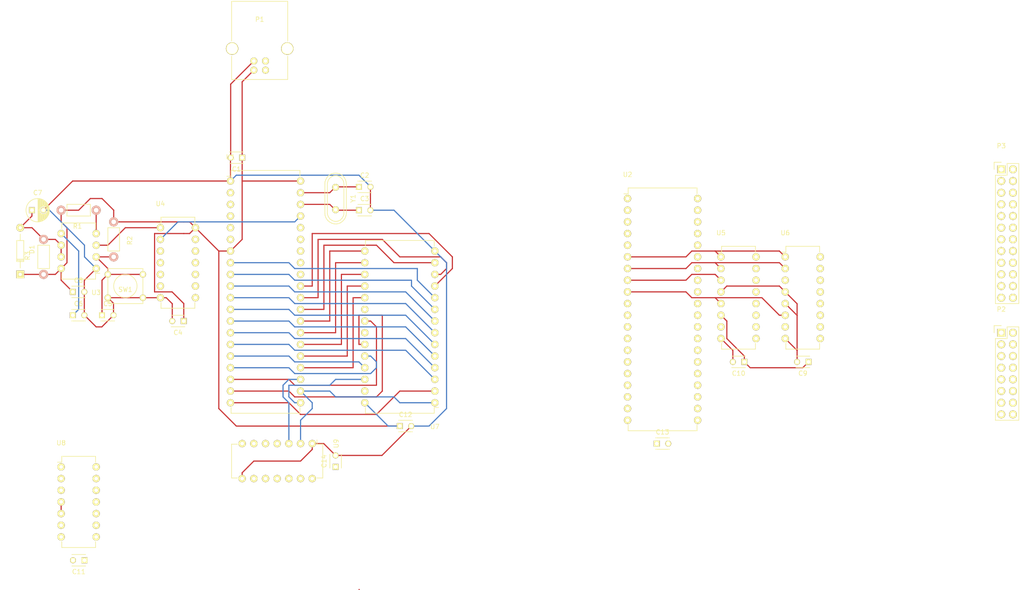
<source format=kicad_pcb>
(kicad_pcb (version 4) (host pcbnew 4.0.4-snap1-stable)

  (general
    (links 135)
    (no_connects 48)
    (area 0 0 0 0)
    (thickness 1.6)
    (drawings 0)
    (tracks 282)
    (zones 0)
    (modules 32)
    (nets 125)
  )

  (page A4)
  (layers
    (0 F.Cu signal)
    (31 B.Cu signal)
    (32 B.Adhes user)
    (33 F.Adhes user)
    (34 B.Paste user)
    (35 F.Paste user)
    (36 B.SilkS user)
    (37 F.SilkS user)
    (38 B.Mask user)
    (39 F.Mask user)
    (40 Dwgs.User user)
    (41 Cmts.User user)
    (42 Eco1.User user)
    (43 Eco2.User user)
    (44 Edge.Cuts user)
    (45 Margin user)
    (46 B.CrtYd user)
    (47 F.CrtYd user)
    (48 B.Fab user)
    (49 F.Fab user)
  )

  (setup
    (last_trace_width 0.25)
    (trace_clearance 0.2)
    (zone_clearance 0.508)
    (zone_45_only no)
    (trace_min 0.2)
    (segment_width 0.2)
    (edge_width 0.1)
    (via_size 0.6)
    (via_drill 0.4)
    (via_min_size 0.4)
    (via_min_drill 0.3)
    (uvia_size 0.3)
    (uvia_drill 0.1)
    (uvias_allowed no)
    (uvia_min_size 0.2)
    (uvia_min_drill 0.1)
    (pcb_text_width 0.3)
    (pcb_text_size 1.5 1.5)
    (mod_edge_width 0.15)
    (mod_text_size 1 1)
    (mod_text_width 0.15)
    (pad_size 1.5 1.5)
    (pad_drill 0.6)
    (pad_to_mask_clearance 0)
    (aux_axis_origin 0 0)
    (visible_elements FFFFFF7F)
    (pcbplotparams
      (layerselection 0x00030_80000001)
      (usegerberextensions false)
      (excludeedgelayer true)
      (linewidth 0.100000)
      (plotframeref false)
      (viasonmask false)
      (mode 1)
      (useauxorigin false)
      (hpglpennumber 1)
      (hpglpenspeed 20)
      (hpglpendiameter 15)
      (hpglpenoverlay 2)
      (psnegative false)
      (psa4output false)
      (plotreference true)
      (plotvalue true)
      (plotinvisibletext false)
      (padsonsilk false)
      (subtractmaskfromsilk false)
      (outputformat 1)
      (mirror false)
      (drillshape 1)
      (scaleselection 1)
      (outputdirectory ""))
  )

  (net 0 "")
  (net 1 +5V)
  (net 2 GND)
  (net 3 "Net-(C2-Pad1)")
  (net 4 "Net-(C3-Pad1)")
  (net 5 "Net-(C5-Pad1)")
  (net 6 "Net-(C6-Pad1)")
  (net 7 "Net-(C7-Pad1)")
  (net 8 "Net-(P1-Pad2)")
  (net 9 "Net-(P1-Pad3)")
  (net 10 "Net-(P1-Pad5)")
  (net 11 "Net-(R1-Pad1)")
  (net 12 "Net-(U1-Pad2)")
  (net 13 "Net-(U1-Pad3)")
  (net 14 "Net-(U1-Pad4)")
  (net 15 "Net-(U1-Pad5)")
  (net 16 "Net-(U1-Pad6)")
  (net 17 "Net-(U1-Pad33)")
  (net 18 "Net-(U1-Pad35)")
  (net 19 "Net-(U1-Pad36)")
  (net 20 "Net-(U2-Pad5)")
  (net 21 "Net-(U2-Pad6)")
  (net 22 "Net-(U2-Pad7)")
  (net 23 "Net-(U2-Pad12)")
  (net 24 "Net-(U2-Pad15)")
  (net 25 "Net-(U2-Pad16)")
  (net 26 "Net-(U2-Pad17)")
  (net 27 "Net-(U2-Pad18)")
  (net 28 "Net-(U2-Pad19)")
  (net 29 "Net-(U2-Pad22)")
  (net 30 "Net-(U2-Pad23)")
  (net 31 "Net-(U2-Pad24)")
  (net 32 "Net-(U3-Pad3)")
  (net 33 /memory/R/~W~)
  (net 34 /memory/E)
  (net 35 "Net-(U2-Pad3)")
  (net 36 "Net-(U2-Pad4)")
  (net 37 "Net-(U2-Pad8)")
  (net 38 "Net-(U2-Pad9)")
  (net 39 "Net-(U2-Pad10)")
  (net 40 "Net-(U2-Pad11)")
  (net 41 "Net-(U2-Pad13)")
  (net 42 "Net-(U2-Pad14)")
  (net 43 /memory/rw_control/R/~W~)
  (net 44 /memory/rw_control/E)
  (net 45 /memory/rw_control/~READ~)
  (net 46 "Net-(U8-Pad6)")
  (net 47 /memory/rw_control/~WRITE~)
  (net 48 "Net-(U7-Pad20)")
  (net 49 /memory/reset)
  (net 50 "Net-(U2-Pad35)")
  (net 51 "Net-(U2-Pad36)")
  (net 52 "Net-(U2-Pad37)")
  (net 53 "Net-(U2-Pad38)")
  (net 54 "Net-(U2-Pad39)")
  (net 55 "Net-(U2-Pad40)")
  (net 56 D0)
  (net 57 A0)
  (net 58 A1)
  (net 59 A2)
  (net 60 A3)
  (net 61 A4)
  (net 62 A5)
  (net 63 A6)
  (net 64 A7)
  (net 65 A8)
  (net 66 A9)
  (net 67 A10)
  (net 68 A11)
  (net 69 A12)
  (net 70 A13)
  (net 71 A14)
  (net 72 A15)
  (net 73 D7)
  (net 74 D6)
  (net 75 D5)
  (net 76 D4)
  (net 77 D3)
  (net 78 D2)
  (net 79 D1)
  (net 80 /memory/fixed_memory/bank)
  (net 81 /memory/fixed_memory/~READ~)
  (net 82 /memory/fixed_memory/~WRITE~)
  (net 83 "Net-(P2-Pad1)")
  (net 84 "Net-(P2-Pad2)")
  (net 85 "Net-(P2-Pad3)")
  (net 86 "Net-(P2-Pad4)")
  (net 87 "Net-(P2-Pad5)")
  (net 88 "Net-(P2-Pad6)")
  (net 89 "Net-(P2-Pad7)")
  (net 90 "Net-(P2-Pad8)")
  (net 91 "Net-(P2-Pad9)")
  (net 92 "Net-(P2-Pad10)")
  (net 93 "Net-(P2-Pad11)")
  (net 94 "Net-(P2-Pad12)")
  (net 95 "Net-(P2-Pad13)")
  (net 96 "Net-(P2-Pad14)")
  (net 97 "Net-(P2-Pad15)")
  (net 98 "Net-(P2-Pad16)")
  (net 99 "Net-(P3-Pad3)")
  (net 100 "Net-(P3-Pad4)")
  (net 101 "Net-(P3-Pad5)")
  (net 102 "Net-(P3-Pad6)")
  (net 103 "Net-(P3-Pad7)")
  (net 104 "Net-(P3-Pad8)")
  (net 105 "Net-(P3-Pad9)")
  (net 106 "Net-(P3-Pad10)")
  (net 107 "Net-(P3-Pad11)")
  (net 108 "Net-(P3-Pad12)")
  (net 109 "Net-(P3-Pad13)")
  (net 110 "Net-(P3-Pad14)")
  (net 111 "Net-(P3-Pad15)")
  (net 112 "Net-(P3-Pad16)")
  (net 113 "Net-(P3-Pad17)")
  (net 114 "Net-(P3-Pad18)")
  (net 115 "Net-(P3-Pad19)")
  (net 116 "Net-(P3-Pad20)")
  (net 117 "Net-(P3-Pad21)")
  (net 118 "Net-(P3-Pad22)")
  (net 119 "Net-(P3-Pad23)")
  (net 120 "Net-(P3-Pad24)")
  (net 121 /memory/fixed_ram_enable)
  (net 122 /memory/banked_ram_enable)
  (net 123 /memory/io_enable_pin)
  (net 124 /memory/rom_enable)

  (net_class Default "This is the default net class."
    (clearance 0.2)
    (trace_width 0.25)
    (via_dia 0.6)
    (via_drill 0.4)
    (uvia_dia 0.3)
    (uvia_drill 0.1)
    (add_net +5V)
    (add_net /memory/E)
    (add_net /memory/R/~W~)
    (add_net /memory/banked_ram_enable)
    (add_net /memory/fixed_memory/bank)
    (add_net /memory/fixed_memory/~READ~)
    (add_net /memory/fixed_memory/~WRITE~)
    (add_net /memory/fixed_ram_enable)
    (add_net /memory/io_enable_pin)
    (add_net /memory/reset)
    (add_net /memory/rom_enable)
    (add_net /memory/rw_control/E)
    (add_net /memory/rw_control/R/~W~)
    (add_net /memory/rw_control/~READ~)
    (add_net /memory/rw_control/~WRITE~)
    (add_net A0)
    (add_net A1)
    (add_net A10)
    (add_net A11)
    (add_net A12)
    (add_net A13)
    (add_net A14)
    (add_net A15)
    (add_net A2)
    (add_net A3)
    (add_net A4)
    (add_net A5)
    (add_net A6)
    (add_net A7)
    (add_net A8)
    (add_net A9)
    (add_net D0)
    (add_net D1)
    (add_net D2)
    (add_net D3)
    (add_net D4)
    (add_net D5)
    (add_net D6)
    (add_net D7)
    (add_net GND)
    (add_net "Net-(C2-Pad1)")
    (add_net "Net-(C3-Pad1)")
    (add_net "Net-(C5-Pad1)")
    (add_net "Net-(C6-Pad1)")
    (add_net "Net-(C7-Pad1)")
    (add_net "Net-(P1-Pad2)")
    (add_net "Net-(P1-Pad3)")
    (add_net "Net-(P1-Pad5)")
    (add_net "Net-(P2-Pad1)")
    (add_net "Net-(P2-Pad10)")
    (add_net "Net-(P2-Pad11)")
    (add_net "Net-(P2-Pad12)")
    (add_net "Net-(P2-Pad13)")
    (add_net "Net-(P2-Pad14)")
    (add_net "Net-(P2-Pad15)")
    (add_net "Net-(P2-Pad16)")
    (add_net "Net-(P2-Pad2)")
    (add_net "Net-(P2-Pad3)")
    (add_net "Net-(P2-Pad4)")
    (add_net "Net-(P2-Pad5)")
    (add_net "Net-(P2-Pad6)")
    (add_net "Net-(P2-Pad7)")
    (add_net "Net-(P2-Pad8)")
    (add_net "Net-(P2-Pad9)")
    (add_net "Net-(P3-Pad10)")
    (add_net "Net-(P3-Pad11)")
    (add_net "Net-(P3-Pad12)")
    (add_net "Net-(P3-Pad13)")
    (add_net "Net-(P3-Pad14)")
    (add_net "Net-(P3-Pad15)")
    (add_net "Net-(P3-Pad16)")
    (add_net "Net-(P3-Pad17)")
    (add_net "Net-(P3-Pad18)")
    (add_net "Net-(P3-Pad19)")
    (add_net "Net-(P3-Pad20)")
    (add_net "Net-(P3-Pad21)")
    (add_net "Net-(P3-Pad22)")
    (add_net "Net-(P3-Pad23)")
    (add_net "Net-(P3-Pad24)")
    (add_net "Net-(P3-Pad3)")
    (add_net "Net-(P3-Pad4)")
    (add_net "Net-(P3-Pad5)")
    (add_net "Net-(P3-Pad6)")
    (add_net "Net-(P3-Pad7)")
    (add_net "Net-(P3-Pad8)")
    (add_net "Net-(P3-Pad9)")
    (add_net "Net-(R1-Pad1)")
    (add_net "Net-(U1-Pad2)")
    (add_net "Net-(U1-Pad3)")
    (add_net "Net-(U1-Pad33)")
    (add_net "Net-(U1-Pad35)")
    (add_net "Net-(U1-Pad36)")
    (add_net "Net-(U1-Pad4)")
    (add_net "Net-(U1-Pad5)")
    (add_net "Net-(U1-Pad6)")
    (add_net "Net-(U2-Pad10)")
    (add_net "Net-(U2-Pad11)")
    (add_net "Net-(U2-Pad12)")
    (add_net "Net-(U2-Pad13)")
    (add_net "Net-(U2-Pad14)")
    (add_net "Net-(U2-Pad15)")
    (add_net "Net-(U2-Pad16)")
    (add_net "Net-(U2-Pad17)")
    (add_net "Net-(U2-Pad18)")
    (add_net "Net-(U2-Pad19)")
    (add_net "Net-(U2-Pad22)")
    (add_net "Net-(U2-Pad23)")
    (add_net "Net-(U2-Pad24)")
    (add_net "Net-(U2-Pad3)")
    (add_net "Net-(U2-Pad35)")
    (add_net "Net-(U2-Pad36)")
    (add_net "Net-(U2-Pad37)")
    (add_net "Net-(U2-Pad38)")
    (add_net "Net-(U2-Pad39)")
    (add_net "Net-(U2-Pad4)")
    (add_net "Net-(U2-Pad40)")
    (add_net "Net-(U2-Pad5)")
    (add_net "Net-(U2-Pad6)")
    (add_net "Net-(U2-Pad7)")
    (add_net "Net-(U2-Pad8)")
    (add_net "Net-(U2-Pad9)")
    (add_net "Net-(U3-Pad3)")
    (add_net "Net-(U7-Pad20)")
    (add_net "Net-(U8-Pad6)")
  )

  (module Housings_DIP:DIP-14_W7.62mm (layer F.Cu) (tedit 54130A77) (tstamp 5C5FB79B)
    (at 91.44 135.89 270)
    (descr "14-lead dip package, row spacing 7.62 mm (300 mils)")
    (tags "dil dip 2.54 300")
    (path /5C72F3E8)
    (fp_text reference U9 (at 0 -5.22 270) (layer F.SilkS)
      (effects (font (size 1 1) (thickness 0.15)))
    )
    (fp_text value 74LS139 (at 0 -3.72 270) (layer F.Fab)
      (effects (font (size 1 1) (thickness 0.15)))
    )
    (fp_line (start -1.05 -2.45) (end -1.05 17.7) (layer F.CrtYd) (width 0.05))
    (fp_line (start 8.65 -2.45) (end 8.65 17.7) (layer F.CrtYd) (width 0.05))
    (fp_line (start -1.05 -2.45) (end 8.65 -2.45) (layer F.CrtYd) (width 0.05))
    (fp_line (start -1.05 17.7) (end 8.65 17.7) (layer F.CrtYd) (width 0.05))
    (fp_line (start 0.135 -2.295) (end 0.135 -1.025) (layer F.SilkS) (width 0.15))
    (fp_line (start 7.485 -2.295) (end 7.485 -1.025) (layer F.SilkS) (width 0.15))
    (fp_line (start 7.485 17.535) (end 7.485 16.265) (layer F.SilkS) (width 0.15))
    (fp_line (start 0.135 17.535) (end 0.135 16.265) (layer F.SilkS) (width 0.15))
    (fp_line (start 0.135 -2.295) (end 7.485 -2.295) (layer F.SilkS) (width 0.15))
    (fp_line (start 0.135 17.535) (end 7.485 17.535) (layer F.SilkS) (width 0.15))
    (fp_line (start 0.135 -1.025) (end -0.8 -1.025) (layer F.SilkS) (width 0.15))
    (pad 1 thru_hole oval (at 0 0 270) (size 1.6 1.6) (drill 0.8) (layers *.Cu *.Mask F.SilkS)
      (net 2 GND))
    (pad 2 thru_hole oval (at 0 2.54 270) (size 1.6 1.6) (drill 0.8) (layers *.Cu *.Mask F.SilkS)
      (net 71 A14))
    (pad 3 thru_hole oval (at 0 5.08 270) (size 1.6 1.6) (drill 0.8) (layers *.Cu *.Mask F.SilkS)
      (net 72 A15))
    (pad 4 thru_hole oval (at 0 7.62 270) (size 1.6 1.6) (drill 0.8) (layers *.Cu *.Mask F.SilkS)
      (net 121 /memory/fixed_ram_enable))
    (pad 5 thru_hole oval (at 0 10.16 270) (size 1.6 1.6) (drill 0.8) (layers *.Cu *.Mask F.SilkS)
      (net 122 /memory/banked_ram_enable))
    (pad 6 thru_hole oval (at 0 12.7 270) (size 1.6 1.6) (drill 0.8) (layers *.Cu *.Mask F.SilkS)
      (net 123 /memory/io_enable_pin))
    (pad 7 thru_hole oval (at 0 15.24 270) (size 1.6 1.6) (drill 0.8) (layers *.Cu *.Mask F.SilkS)
      (net 124 /memory/rom_enable))
    (pad 8 thru_hole oval (at 7.62 15.24 270) (size 1.6 1.6) (drill 0.8) (layers *.Cu *.Mask F.SilkS)
      (net 2 GND))
    (pad 9 thru_hole oval (at 7.62 12.7 270) (size 1.6 1.6) (drill 0.8) (layers *.Cu *.Mask F.SilkS))
    (pad 10 thru_hole oval (at 7.62 10.16 270) (size 1.6 1.6) (drill 0.8) (layers *.Cu *.Mask F.SilkS))
    (pad 11 thru_hole oval (at 7.62 7.62 270) (size 1.6 1.6) (drill 0.8) (layers *.Cu *.Mask F.SilkS))
    (pad 12 thru_hole oval (at 7.62 5.08 270) (size 1.6 1.6) (drill 0.8) (layers *.Cu *.Mask F.SilkS))
    (pad 13 thru_hole oval (at 7.62 2.54 270) (size 1.6 1.6) (drill 0.8) (layers *.Cu *.Mask F.SilkS))
    (pad 14 thru_hole oval (at 7.62 0 270) (size 1.6 1.6) (drill 0.8) (layers *.Cu *.Mask F.SilkS))
    (model Housings_DIP.3dshapes/DIP-14_W7.62mm.wrl
      (at (xyz 0 0 0))
      (scale (xyz 1 1 1))
      (rotate (xyz 0 0 0))
    )
  )

  (module Housings_DIP:DIP-14_W7.62mm (layer F.Cu) (tedit 54130A77) (tstamp 5C5F931F)
    (at 36.83 140.97)
    (descr "14-lead dip package, row spacing 7.62 mm (300 mils)")
    (tags "dil dip 2.54 300")
    (path /5C5FD09A/5C60ED49/5C60141B)
    (fp_text reference U8 (at 0 -5.22) (layer F.SilkS)
      (effects (font (size 1 1) (thickness 0.15)))
    )
    (fp_text value 7400 (at 0 -3.72) (layer F.Fab)
      (effects (font (size 1 1) (thickness 0.15)))
    )
    (fp_line (start -1.05 -2.45) (end -1.05 17.7) (layer F.CrtYd) (width 0.05))
    (fp_line (start 8.65 -2.45) (end 8.65 17.7) (layer F.CrtYd) (width 0.05))
    (fp_line (start -1.05 -2.45) (end 8.65 -2.45) (layer F.CrtYd) (width 0.05))
    (fp_line (start -1.05 17.7) (end 8.65 17.7) (layer F.CrtYd) (width 0.05))
    (fp_line (start 0.135 -2.295) (end 0.135 -1.025) (layer F.SilkS) (width 0.15))
    (fp_line (start 7.485 -2.295) (end 7.485 -1.025) (layer F.SilkS) (width 0.15))
    (fp_line (start 7.485 17.535) (end 7.485 16.265) (layer F.SilkS) (width 0.15))
    (fp_line (start 0.135 17.535) (end 0.135 16.265) (layer F.SilkS) (width 0.15))
    (fp_line (start 0.135 -2.295) (end 7.485 -2.295) (layer F.SilkS) (width 0.15))
    (fp_line (start 0.135 17.535) (end 7.485 17.535) (layer F.SilkS) (width 0.15))
    (fp_line (start 0.135 -1.025) (end -0.8 -1.025) (layer F.SilkS) (width 0.15))
    (pad 1 thru_hole oval (at 0 0) (size 1.6 1.6) (drill 0.8) (layers *.Cu *.Mask F.SilkS)
      (net 43 /memory/rw_control/R/~W~))
    (pad 2 thru_hole oval (at 0 2.54) (size 1.6 1.6) (drill 0.8) (layers *.Cu *.Mask F.SilkS)
      (net 44 /memory/rw_control/E))
    (pad 3 thru_hole oval (at 0 5.08) (size 1.6 1.6) (drill 0.8) (layers *.Cu *.Mask F.SilkS)
      (net 45 /memory/rw_control/~READ~))
    (pad 4 thru_hole oval (at 0 7.62) (size 1.6 1.6) (drill 0.8) (layers *.Cu *.Mask F.SilkS)
      (net 43 /memory/rw_control/R/~W~))
    (pad 5 thru_hole oval (at 0 10.16) (size 1.6 1.6) (drill 0.8) (layers *.Cu *.Mask F.SilkS)
      (net 43 /memory/rw_control/R/~W~))
    (pad 6 thru_hole oval (at 0 12.7) (size 1.6 1.6) (drill 0.8) (layers *.Cu *.Mask F.SilkS)
      (net 46 "Net-(U8-Pad6)"))
    (pad 7 thru_hole oval (at 0 15.24) (size 1.6 1.6) (drill 0.8) (layers *.Cu *.Mask F.SilkS)
      (net 2 GND))
    (pad 8 thru_hole oval (at 7.62 15.24) (size 1.6 1.6) (drill 0.8) (layers *.Cu *.Mask F.SilkS)
      (net 47 /memory/rw_control/~WRITE~))
    (pad 9 thru_hole oval (at 7.62 12.7) (size 1.6 1.6) (drill 0.8) (layers *.Cu *.Mask F.SilkS)
      (net 46 "Net-(U8-Pad6)"))
    (pad 10 thru_hole oval (at 7.62 10.16) (size 1.6 1.6) (drill 0.8) (layers *.Cu *.Mask F.SilkS)
      (net 44 /memory/rw_control/E))
    (pad 11 thru_hole oval (at 7.62 7.62) (size 1.6 1.6) (drill 0.8) (layers *.Cu *.Mask F.SilkS))
    (pad 12 thru_hole oval (at 7.62 5.08) (size 1.6 1.6) (drill 0.8) (layers *.Cu *.Mask F.SilkS))
    (pad 13 thru_hole oval (at 7.62 2.54) (size 1.6 1.6) (drill 0.8) (layers *.Cu *.Mask F.SilkS))
    (pad 14 thru_hole oval (at 7.62 0) (size 1.6 1.6) (drill 0.8) (layers *.Cu *.Mask F.SilkS)
      (net 1 +5V))
    (model Housings_DIP.3dshapes/DIP-14_W7.62mm.wrl
      (at (xyz 0 0 0))
      (scale (xyz 1 1 1))
      (rotate (xyz 0 0 0))
    )
  )

  (module Housings_DIP:DIP-28_W15.24mm (layer F.Cu) (tedit 54130A77) (tstamp 5C5F95EC)
    (at 118.11 127 180)
    (descr "28-lead dip package, row spacing 15.24 mm (600 mils)")
    (tags "dil dip 2.54 600")
    (path /5C5FD09A/5C6BE1BF/5C614CBB)
    (fp_text reference U7 (at 0 -5.22 180) (layer F.SilkS)
      (effects (font (size 1 1) (thickness 0.15)))
    )
    (fp_text value HM62256BLP-7 (at 0 -3.72 180) (layer F.Fab)
      (effects (font (size 1 1) (thickness 0.15)))
    )
    (fp_line (start -1.05 -2.45) (end -1.05 35.5) (layer F.CrtYd) (width 0.05))
    (fp_line (start 16.3 -2.45) (end 16.3 35.5) (layer F.CrtYd) (width 0.05))
    (fp_line (start -1.05 -2.45) (end 16.3 -2.45) (layer F.CrtYd) (width 0.05))
    (fp_line (start -1.05 35.5) (end 16.3 35.5) (layer F.CrtYd) (width 0.05))
    (fp_line (start 0.135 -2.295) (end 0.135 -1.025) (layer F.SilkS) (width 0.15))
    (fp_line (start 15.105 -2.295) (end 15.105 -1.025) (layer F.SilkS) (width 0.15))
    (fp_line (start 15.105 35.315) (end 15.105 34.045) (layer F.SilkS) (width 0.15))
    (fp_line (start 0.135 35.315) (end 0.135 34.045) (layer F.SilkS) (width 0.15))
    (fp_line (start 0.135 -2.295) (end 15.105 -2.295) (layer F.SilkS) (width 0.15))
    (fp_line (start 0.135 35.315) (end 15.105 35.315) (layer F.SilkS) (width 0.15))
    (fp_line (start 0.135 -1.025) (end -0.8 -1.025) (layer F.SilkS) (width 0.15))
    (pad 1 thru_hole oval (at 0 0 180) (size 1.6 1.6) (drill 0.8) (layers *.Cu *.Mask F.SilkS)
      (net 71 A14))
    (pad 2 thru_hole oval (at 0 2.54 180) (size 1.6 1.6) (drill 0.8) (layers *.Cu *.Mask F.SilkS)
      (net 69 A12))
    (pad 3 thru_hole oval (at 0 5.08 180) (size 1.6 1.6) (drill 0.8) (layers *.Cu *.Mask F.SilkS)
      (net 64 A7))
    (pad 4 thru_hole oval (at 0 7.62 180) (size 1.6 1.6) (drill 0.8) (layers *.Cu *.Mask F.SilkS)
      (net 63 A6))
    (pad 5 thru_hole oval (at 0 10.16 180) (size 1.6 1.6) (drill 0.8) (layers *.Cu *.Mask F.SilkS)
      (net 62 A5))
    (pad 6 thru_hole oval (at 0 12.7 180) (size 1.6 1.6) (drill 0.8) (layers *.Cu *.Mask F.SilkS)
      (net 61 A4))
    (pad 7 thru_hole oval (at 0 15.24 180) (size 1.6 1.6) (drill 0.8) (layers *.Cu *.Mask F.SilkS)
      (net 60 A3))
    (pad 8 thru_hole oval (at 0 17.78 180) (size 1.6 1.6) (drill 0.8) (layers *.Cu *.Mask F.SilkS)
      (net 59 A2))
    (pad 9 thru_hole oval (at 0 20.32 180) (size 1.6 1.6) (drill 0.8) (layers *.Cu *.Mask F.SilkS)
      (net 58 A1))
    (pad 10 thru_hole oval (at 0 22.86 180) (size 1.6 1.6) (drill 0.8) (layers *.Cu *.Mask F.SilkS)
      (net 57 A0))
    (pad 11 thru_hole oval (at 0 25.4 180) (size 1.6 1.6) (drill 0.8) (layers *.Cu *.Mask F.SilkS)
      (net 56 D0))
    (pad 12 thru_hole oval (at 0 27.94 180) (size 1.6 1.6) (drill 0.8) (layers *.Cu *.Mask F.SilkS)
      (net 79 D1))
    (pad 13 thru_hole oval (at 0 30.48 180) (size 1.6 1.6) (drill 0.8) (layers *.Cu *.Mask F.SilkS)
      (net 78 D2))
    (pad 14 thru_hole oval (at 0 33.02 180) (size 1.6 1.6) (drill 0.8) (layers *.Cu *.Mask F.SilkS)
      (net 2 GND))
    (pad 15 thru_hole oval (at 15.24 33.02 180) (size 1.6 1.6) (drill 0.8) (layers *.Cu *.Mask F.SilkS)
      (net 77 D3))
    (pad 16 thru_hole oval (at 15.24 30.48 180) (size 1.6 1.6) (drill 0.8) (layers *.Cu *.Mask F.SilkS)
      (net 76 D4))
    (pad 17 thru_hole oval (at 15.24 27.94 180) (size 1.6 1.6) (drill 0.8) (layers *.Cu *.Mask F.SilkS)
      (net 75 D5))
    (pad 18 thru_hole oval (at 15.24 25.4 180) (size 1.6 1.6) (drill 0.8) (layers *.Cu *.Mask F.SilkS)
      (net 74 D6))
    (pad 19 thru_hole oval (at 15.24 22.86 180) (size 1.6 1.6) (drill 0.8) (layers *.Cu *.Mask F.SilkS)
      (net 73 D7))
    (pad 20 thru_hole oval (at 15.24 20.32 180) (size 1.6 1.6) (drill 0.8) (layers *.Cu *.Mask F.SilkS)
      (net 48 "Net-(U7-Pad20)"))
    (pad 21 thru_hole oval (at 15.24 17.78 180) (size 1.6 1.6) (drill 0.8) (layers *.Cu *.Mask F.SilkS)
      (net 67 A10))
    (pad 22 thru_hole oval (at 15.24 15.24 180) (size 1.6 1.6) (drill 0.8) (layers *.Cu *.Mask F.SilkS)
      (net 81 /memory/fixed_memory/~READ~))
    (pad 23 thru_hole oval (at 15.24 12.7 180) (size 1.6 1.6) (drill 0.8) (layers *.Cu *.Mask F.SilkS)
      (net 68 A11))
    (pad 24 thru_hole oval (at 15.24 10.16 180) (size 1.6 1.6) (drill 0.8) (layers *.Cu *.Mask F.SilkS)
      (net 66 A9))
    (pad 25 thru_hole oval (at 15.24 7.62 180) (size 1.6 1.6) (drill 0.8) (layers *.Cu *.Mask F.SilkS)
      (net 65 A8))
    (pad 26 thru_hole oval (at 15.24 5.08 180) (size 1.6 1.6) (drill 0.8) (layers *.Cu *.Mask F.SilkS)
      (net 70 A13))
    (pad 27 thru_hole oval (at 15.24 2.54 180) (size 1.6 1.6) (drill 0.8) (layers *.Cu *.Mask F.SilkS)
      (net 82 /memory/fixed_memory/~WRITE~))
    (pad 28 thru_hole oval (at 15.24 0 180) (size 1.6 1.6) (drill 0.8) (layers *.Cu *.Mask F.SilkS)
      (net 1 +5V))
    (model Housings_DIP.3dshapes/DIP-28_W15.24mm.wrl
      (at (xyz 0 0 0))
      (scale (xyz 1 1 1))
      (rotate (xyz 0 0 0))
    )
  )

  (module Capacitors_ThroughHole:C_Disc_D3_P2.5 (layer F.Cu) (tedit 0) (tstamp 5C5F5AC6)
    (at 76.2 73.66 180)
    (descr "Capacitor 3mm Disc, Pitch 2.5mm")
    (tags Capacitor)
    (path /5C5FF018)
    (fp_text reference C1 (at 1.25 -2.5 180) (layer F.SilkS)
      (effects (font (size 1 1) (thickness 0.15)))
    )
    (fp_text value 100nF (at 1.25 2.5 180) (layer F.Fab)
      (effects (font (size 1 1) (thickness 0.15)))
    )
    (fp_line (start -0.9 -1.5) (end 3.4 -1.5) (layer F.CrtYd) (width 0.05))
    (fp_line (start 3.4 -1.5) (end 3.4 1.5) (layer F.CrtYd) (width 0.05))
    (fp_line (start 3.4 1.5) (end -0.9 1.5) (layer F.CrtYd) (width 0.05))
    (fp_line (start -0.9 1.5) (end -0.9 -1.5) (layer F.CrtYd) (width 0.05))
    (fp_line (start -0.25 -1.25) (end 2.75 -1.25) (layer F.SilkS) (width 0.15))
    (fp_line (start 2.75 1.25) (end -0.25 1.25) (layer F.SilkS) (width 0.15))
    (pad 1 thru_hole rect (at 0 0 180) (size 1.3 1.3) (drill 0.8) (layers *.Cu *.Mask F.SilkS)
      (net 1 +5V))
    (pad 2 thru_hole circle (at 2.5 0 180) (size 1.3 1.3) (drill 0.8001) (layers *.Cu *.Mask F.SilkS)
      (net 2 GND))
    (model Capacitors_ThroughHole.3dshapes/C_Disc_D3_P2.5.wrl
      (at (xyz 0.0492126 0 0))
      (scale (xyz 1 1 1))
      (rotate (xyz 0 0 0))
    )
  )

  (module Capacitors_ThroughHole:C_Disc_D3_P2.5 (layer F.Cu) (tedit 0) (tstamp 5C5F5ACC)
    (at 101.6 80.01)
    (descr "Capacitor 3mm Disc, Pitch 2.5mm")
    (tags Capacitor)
    (path /5C6043F4)
    (fp_text reference C2 (at 1.25 -2.5) (layer F.SilkS)
      (effects (font (size 1 1) (thickness 0.15)))
    )
    (fp_text value 24/20/18/15pF (at 1.25 2.5) (layer F.Fab)
      (effects (font (size 1 1) (thickness 0.15)))
    )
    (fp_line (start -0.9 -1.5) (end 3.4 -1.5) (layer F.CrtYd) (width 0.05))
    (fp_line (start 3.4 -1.5) (end 3.4 1.5) (layer F.CrtYd) (width 0.05))
    (fp_line (start 3.4 1.5) (end -0.9 1.5) (layer F.CrtYd) (width 0.05))
    (fp_line (start -0.9 1.5) (end -0.9 -1.5) (layer F.CrtYd) (width 0.05))
    (fp_line (start -0.25 -1.25) (end 2.75 -1.25) (layer F.SilkS) (width 0.15))
    (fp_line (start 2.75 1.25) (end -0.25 1.25) (layer F.SilkS) (width 0.15))
    (pad 1 thru_hole rect (at 0 0) (size 1.3 1.3) (drill 0.8) (layers *.Cu *.Mask F.SilkS)
      (net 3 "Net-(C2-Pad1)"))
    (pad 2 thru_hole circle (at 2.5 0) (size 1.3 1.3) (drill 0.8001) (layers *.Cu *.Mask F.SilkS)
      (net 2 GND))
    (model Capacitors_ThroughHole.3dshapes/C_Disc_D3_P2.5.wrl
      (at (xyz 0.0492126 0 0))
      (scale (xyz 1 1 1))
      (rotate (xyz 0 0 0))
    )
  )

  (module Capacitors_ThroughHole:C_Disc_D3_P2.5 (layer F.Cu) (tedit 0) (tstamp 5C5F5AD2)
    (at 101.6 85.09)
    (descr "Capacitor 3mm Disc, Pitch 2.5mm")
    (tags Capacitor)
    (path /5C604360)
    (fp_text reference C3 (at 1.25 -2.5) (layer F.SilkS)
      (effects (font (size 1 1) (thickness 0.15)))
    )
    (fp_text value 24/20/18/15pF (at 1.25 2.5) (layer F.Fab)
      (effects (font (size 1 1) (thickness 0.15)))
    )
    (fp_line (start -0.9 -1.5) (end 3.4 -1.5) (layer F.CrtYd) (width 0.05))
    (fp_line (start 3.4 -1.5) (end 3.4 1.5) (layer F.CrtYd) (width 0.05))
    (fp_line (start 3.4 1.5) (end -0.9 1.5) (layer F.CrtYd) (width 0.05))
    (fp_line (start -0.9 1.5) (end -0.9 -1.5) (layer F.CrtYd) (width 0.05))
    (fp_line (start -0.25 -1.25) (end 2.75 -1.25) (layer F.SilkS) (width 0.15))
    (fp_line (start 2.75 1.25) (end -0.25 1.25) (layer F.SilkS) (width 0.15))
    (pad 1 thru_hole rect (at 0 0) (size 1.3 1.3) (drill 0.8) (layers *.Cu *.Mask F.SilkS)
      (net 4 "Net-(C3-Pad1)"))
    (pad 2 thru_hole circle (at 2.5 0) (size 1.3 1.3) (drill 0.8001) (layers *.Cu *.Mask F.SilkS)
      (net 2 GND))
    (model Capacitors_ThroughHole.3dshapes/C_Disc_D3_P2.5.wrl
      (at (xyz 0.0492126 0 0))
      (scale (xyz 1 1 1))
      (rotate (xyz 0 0 0))
    )
  )

  (module Capacitors_ThroughHole:C_Disc_D3_P2.5 (layer F.Cu) (tedit 0) (tstamp 5C5F5AD8)
    (at 63.5 109.22 180)
    (descr "Capacitor 3mm Disc, Pitch 2.5mm")
    (tags Capacitor)
    (path /5C5F617F/5C5F99F5)
    (fp_text reference C4 (at 1.25 -2.5 180) (layer F.SilkS)
      (effects (font (size 1 1) (thickness 0.15)))
    )
    (fp_text value 100nF (at 1.25 2.5 180) (layer F.Fab)
      (effects (font (size 1 1) (thickness 0.15)))
    )
    (fp_line (start -0.9 -1.5) (end 3.4 -1.5) (layer F.CrtYd) (width 0.05))
    (fp_line (start 3.4 -1.5) (end 3.4 1.5) (layer F.CrtYd) (width 0.05))
    (fp_line (start 3.4 1.5) (end -0.9 1.5) (layer F.CrtYd) (width 0.05))
    (fp_line (start -0.9 1.5) (end -0.9 -1.5) (layer F.CrtYd) (width 0.05))
    (fp_line (start -0.25 -1.25) (end 2.75 -1.25) (layer F.SilkS) (width 0.15))
    (fp_line (start 2.75 1.25) (end -0.25 1.25) (layer F.SilkS) (width 0.15))
    (pad 1 thru_hole rect (at 0 0 180) (size 1.3 1.3) (drill 0.8) (layers *.Cu *.Mask F.SilkS)
      (net 1 +5V))
    (pad 2 thru_hole circle (at 2.5 0 180) (size 1.3 1.3) (drill 0.8001) (layers *.Cu *.Mask F.SilkS)
      (net 2 GND))
    (model Capacitors_ThroughHole.3dshapes/C_Disc_D3_P2.5.wrl
      (at (xyz 0.0492126 0 0))
      (scale (xyz 1 1 1))
      (rotate (xyz 0 0 0))
    )
  )

  (module Capacitors_ThroughHole:C_Disc_D3_P2.5 (layer F.Cu) (tedit 0) (tstamp 5C5F5ADE)
    (at 45.72 107.95)
    (descr "Capacitor 3mm Disc, Pitch 2.5mm")
    (tags Capacitor)
    (path /5C5F617F/5C5B8C44)
    (fp_text reference C5 (at 1.25 -2.5) (layer F.SilkS)
      (effects (font (size 1 1) (thickness 0.15)))
    )
    (fp_text value 10nF (at 1.25 2.5) (layer F.Fab)
      (effects (font (size 1 1) (thickness 0.15)))
    )
    (fp_line (start -0.9 -1.5) (end 3.4 -1.5) (layer F.CrtYd) (width 0.05))
    (fp_line (start 3.4 -1.5) (end 3.4 1.5) (layer F.CrtYd) (width 0.05))
    (fp_line (start 3.4 1.5) (end -0.9 1.5) (layer F.CrtYd) (width 0.05))
    (fp_line (start -0.9 1.5) (end -0.9 -1.5) (layer F.CrtYd) (width 0.05))
    (fp_line (start -0.25 -1.25) (end 2.75 -1.25) (layer F.SilkS) (width 0.15))
    (fp_line (start 2.75 1.25) (end -0.25 1.25) (layer F.SilkS) (width 0.15))
    (pad 1 thru_hole rect (at 0 0) (size 1.3 1.3) (drill 0.8) (layers *.Cu *.Mask F.SilkS)
      (net 5 "Net-(C5-Pad1)"))
    (pad 2 thru_hole circle (at 2.5 0) (size 1.3 1.3) (drill 0.8001) (layers *.Cu *.Mask F.SilkS)
      (net 2 GND))
    (model Capacitors_ThroughHole.3dshapes/C_Disc_D3_P2.5.wrl
      (at (xyz 0.0492126 0 0))
      (scale (xyz 1 1 1))
      (rotate (xyz 0 0 0))
    )
  )

  (module Capacitors_ThroughHole:C_Disc_D3_P2.5 (layer F.Cu) (tedit 0) (tstamp 5C5F5AE4)
    (at 39.37 107.95)
    (descr "Capacitor 3mm Disc, Pitch 2.5mm")
    (tags Capacitor)
    (path /5C5F617F/5C5B8AFC)
    (fp_text reference C6 (at 1.25 -2.5) (layer F.SilkS)
      (effects (font (size 1 1) (thickness 0.15)))
    )
    (fp_text value 10nF (at 1.25 2.5) (layer F.Fab)
      (effects (font (size 1 1) (thickness 0.15)))
    )
    (fp_line (start -0.9 -1.5) (end 3.4 -1.5) (layer F.CrtYd) (width 0.05))
    (fp_line (start 3.4 -1.5) (end 3.4 1.5) (layer F.CrtYd) (width 0.05))
    (fp_line (start 3.4 1.5) (end -0.9 1.5) (layer F.CrtYd) (width 0.05))
    (fp_line (start -0.9 1.5) (end -0.9 -1.5) (layer F.CrtYd) (width 0.05))
    (fp_line (start -0.25 -1.25) (end 2.75 -1.25) (layer F.SilkS) (width 0.15))
    (fp_line (start 2.75 1.25) (end -0.25 1.25) (layer F.SilkS) (width 0.15))
    (pad 1 thru_hole rect (at 0 0) (size 1.3 1.3) (drill 0.8) (layers *.Cu *.Mask F.SilkS)
      (net 6 "Net-(C6-Pad1)"))
    (pad 2 thru_hole circle (at 2.5 0) (size 1.3 1.3) (drill 0.8001) (layers *.Cu *.Mask F.SilkS)
      (net 2 GND))
    (model Capacitors_ThroughHole.3dshapes/C_Disc_D3_P2.5.wrl
      (at (xyz 0.0492126 0 0))
      (scale (xyz 1 1 1))
      (rotate (xyz 0 0 0))
    )
  )

  (module Capacitors_ThroughHole:C_Radial_D5_L6_P2.5 (layer F.Cu) (tedit 0) (tstamp 5C5F5AEA)
    (at 30.48 85.09)
    (descr "Radial Electrolytic Capacitor Diameter 5mm x Length 6mm, Pitch 2.5mm")
    (tags "Electrolytic Capacitor")
    (path /5C5F617F/5C5BB1E0)
    (fp_text reference C7 (at 1.25 -3.8) (layer F.SilkS)
      (effects (font (size 1 1) (thickness 0.15)))
    )
    (fp_text value 10uF (at 1.25 3.8) (layer F.Fab)
      (effects (font (size 1 1) (thickness 0.15)))
    )
    (fp_line (start 1.325 -2.499) (end 1.325 2.499) (layer F.SilkS) (width 0.15))
    (fp_line (start 1.465 -2.491) (end 1.465 2.491) (layer F.SilkS) (width 0.15))
    (fp_line (start 1.605 -2.475) (end 1.605 -0.095) (layer F.SilkS) (width 0.15))
    (fp_line (start 1.605 0.095) (end 1.605 2.475) (layer F.SilkS) (width 0.15))
    (fp_line (start 1.745 -2.451) (end 1.745 -0.49) (layer F.SilkS) (width 0.15))
    (fp_line (start 1.745 0.49) (end 1.745 2.451) (layer F.SilkS) (width 0.15))
    (fp_line (start 1.885 -2.418) (end 1.885 -0.657) (layer F.SilkS) (width 0.15))
    (fp_line (start 1.885 0.657) (end 1.885 2.418) (layer F.SilkS) (width 0.15))
    (fp_line (start 2.025 -2.377) (end 2.025 -0.764) (layer F.SilkS) (width 0.15))
    (fp_line (start 2.025 0.764) (end 2.025 2.377) (layer F.SilkS) (width 0.15))
    (fp_line (start 2.165 -2.327) (end 2.165 -0.835) (layer F.SilkS) (width 0.15))
    (fp_line (start 2.165 0.835) (end 2.165 2.327) (layer F.SilkS) (width 0.15))
    (fp_line (start 2.305 -2.266) (end 2.305 -0.879) (layer F.SilkS) (width 0.15))
    (fp_line (start 2.305 0.879) (end 2.305 2.266) (layer F.SilkS) (width 0.15))
    (fp_line (start 2.445 -2.196) (end 2.445 -0.898) (layer F.SilkS) (width 0.15))
    (fp_line (start 2.445 0.898) (end 2.445 2.196) (layer F.SilkS) (width 0.15))
    (fp_line (start 2.585 -2.114) (end 2.585 -0.896) (layer F.SilkS) (width 0.15))
    (fp_line (start 2.585 0.896) (end 2.585 2.114) (layer F.SilkS) (width 0.15))
    (fp_line (start 2.725 -2.019) (end 2.725 -0.871) (layer F.SilkS) (width 0.15))
    (fp_line (start 2.725 0.871) (end 2.725 2.019) (layer F.SilkS) (width 0.15))
    (fp_line (start 2.865 -1.908) (end 2.865 -0.823) (layer F.SilkS) (width 0.15))
    (fp_line (start 2.865 0.823) (end 2.865 1.908) (layer F.SilkS) (width 0.15))
    (fp_line (start 3.005 -1.78) (end 3.005 -0.745) (layer F.SilkS) (width 0.15))
    (fp_line (start 3.005 0.745) (end 3.005 1.78) (layer F.SilkS) (width 0.15))
    (fp_line (start 3.145 -1.631) (end 3.145 -0.628) (layer F.SilkS) (width 0.15))
    (fp_line (start 3.145 0.628) (end 3.145 1.631) (layer F.SilkS) (width 0.15))
    (fp_line (start 3.285 -1.452) (end 3.285 -0.44) (layer F.SilkS) (width 0.15))
    (fp_line (start 3.285 0.44) (end 3.285 1.452) (layer F.SilkS) (width 0.15))
    (fp_line (start 3.425 -1.233) (end 3.425 1.233) (layer F.SilkS) (width 0.15))
    (fp_line (start 3.565 -0.944) (end 3.565 0.944) (layer F.SilkS) (width 0.15))
    (fp_line (start 3.705 -0.472) (end 3.705 0.472) (layer F.SilkS) (width 0.15))
    (fp_circle (center 2.5 0) (end 2.5 -0.9) (layer F.SilkS) (width 0.15))
    (fp_circle (center 1.25 0) (end 1.25 -2.5375) (layer F.SilkS) (width 0.15))
    (fp_circle (center 1.25 0) (end 1.25 -2.8) (layer F.CrtYd) (width 0.05))
    (pad 1 thru_hole rect (at 0 0) (size 1.3 1.3) (drill 0.8) (layers *.Cu *.Mask F.SilkS)
      (net 7 "Net-(C7-Pad1)"))
    (pad 2 thru_hole circle (at 2.5 0) (size 1.3 1.3) (drill 0.8) (layers *.Cu *.Mask F.SilkS)
      (net 2 GND))
    (model Capacitors_ThroughHole.3dshapes/C_Radial_D5_L6_P2.5.wrl
      (at (xyz 0.0492126 0 0))
      (scale (xyz 1 1 1))
      (rotate (xyz 0 0 90))
    )
  )

  (module Capacitors_ThroughHole:C_Disc_D3_P2.5 (layer F.Cu) (tedit 0) (tstamp 5C5F5AF0)
    (at 39.37 102.87)
    (descr "Capacitor 3mm Disc, Pitch 2.5mm")
    (tags Capacitor)
    (path /5C5F617F/5C5F9DB5)
    (fp_text reference C8 (at 1.25 -2.5) (layer F.SilkS)
      (effects (font (size 1 1) (thickness 0.15)))
    )
    (fp_text value 100nF (at 1.25 2.5) (layer F.Fab)
      (effects (font (size 1 1) (thickness 0.15)))
    )
    (fp_line (start -0.9 -1.5) (end 3.4 -1.5) (layer F.CrtYd) (width 0.05))
    (fp_line (start 3.4 -1.5) (end 3.4 1.5) (layer F.CrtYd) (width 0.05))
    (fp_line (start 3.4 1.5) (end -0.9 1.5) (layer F.CrtYd) (width 0.05))
    (fp_line (start -0.9 1.5) (end -0.9 -1.5) (layer F.CrtYd) (width 0.05))
    (fp_line (start -0.25 -1.25) (end 2.75 -1.25) (layer F.SilkS) (width 0.15))
    (fp_line (start 2.75 1.25) (end -0.25 1.25) (layer F.SilkS) (width 0.15))
    (pad 1 thru_hole rect (at 0 0) (size 1.3 1.3) (drill 0.8) (layers *.Cu *.Mask F.SilkS)
      (net 1 +5V))
    (pad 2 thru_hole circle (at 2.5 0) (size 1.3 1.3) (drill 0.8001) (layers *.Cu *.Mask F.SilkS)
      (net 2 GND))
    (model Capacitors_ThroughHole.3dshapes/C_Disc_D3_P2.5.wrl
      (at (xyz 0.0492126 0 0))
      (scale (xyz 1 1 1))
      (rotate (xyz 0 0 0))
    )
  )

  (module Diodes_ThroughHole:Diode_DO-35_SOD27_Horizontal_RM10 (layer F.Cu) (tedit 552FFC30) (tstamp 5C5F5AF6)
    (at 27.94 99.06 90)
    (descr "Diode, DO-35,  SOD27, Horizontal, RM 10mm")
    (tags "Diode, DO-35, SOD27, Horizontal, RM 10mm, 1N4148,")
    (path /5C5F617F/5C5BBBEA)
    (fp_text reference D1 (at 5.43052 2.53746 90) (layer F.SilkS)
      (effects (font (size 1 1) (thickness 0.15)))
    )
    (fp_text value D (at 4.41452 -3.55854 90) (layer F.Fab)
      (effects (font (size 1 1) (thickness 0.15)))
    )
    (fp_line (start 7.36652 -0.00254) (end 8.76352 -0.00254) (layer F.SilkS) (width 0.15))
    (fp_line (start 2.92152 -0.00254) (end 1.39752 -0.00254) (layer F.SilkS) (width 0.15))
    (fp_line (start 3.30252 -0.76454) (end 3.30252 0.75946) (layer F.SilkS) (width 0.15))
    (fp_line (start 3.04852 -0.76454) (end 3.04852 0.75946) (layer F.SilkS) (width 0.15))
    (fp_line (start 2.79452 -0.00254) (end 2.79452 0.75946) (layer F.SilkS) (width 0.15))
    (fp_line (start 2.79452 0.75946) (end 7.36652 0.75946) (layer F.SilkS) (width 0.15))
    (fp_line (start 7.36652 0.75946) (end 7.36652 -0.76454) (layer F.SilkS) (width 0.15))
    (fp_line (start 7.36652 -0.76454) (end 2.79452 -0.76454) (layer F.SilkS) (width 0.15))
    (fp_line (start 2.79452 -0.76454) (end 2.79452 -0.00254) (layer F.SilkS) (width 0.15))
    (pad 2 thru_hole circle (at 10.16052 -0.00254 270) (size 1.69926 1.69926) (drill 0.70104) (layers *.Cu *.Mask F.SilkS)
      (net 7 "Net-(C7-Pad1)"))
    (pad 1 thru_hole rect (at 0.00052 -0.00254 270) (size 1.69926 1.69926) (drill 0.70104) (layers *.Cu *.Mask F.SilkS)
      (net 1 +5V))
    (model Diodes_ThroughHole.3dshapes/Diode_DO-35_SOD27_Horizontal_RM10.wrl
      (at (xyz 0.2 0 0))
      (scale (xyz 0.4 0.4 0.4))
      (rotate (xyz 0 0 180))
    )
  )

  (module Connect:USB_B (layer F.Cu) (tedit 55B36073) (tstamp 5C5F5B00)
    (at 78.74 54.61 90)
    (descr "USB B connector")
    (tags "USB_B USB_DEV")
    (path /5C614184)
    (fp_text reference P1 (at 11.049 1.27 180) (layer F.SilkS)
      (effects (font (size 1 1) (thickness 0.15)))
    )
    (fp_text value USB_B (at 4.699 1.27 180) (layer F.Fab)
      (effects (font (size 1 1) (thickness 0.15)))
    )
    (fp_line (start 15.25 8.9) (end -2.3 8.9) (layer F.CrtYd) (width 0.05))
    (fp_line (start -2.3 8.9) (end -2.3 -6.35) (layer F.CrtYd) (width 0.05))
    (fp_line (start -2.3 -6.35) (end 15.25 -6.35) (layer F.CrtYd) (width 0.05))
    (fp_line (start 15.25 -6.35) (end 15.25 8.9) (layer F.CrtYd) (width 0.05))
    (fp_line (start 6.35 7.366) (end 14.986 7.366) (layer F.SilkS) (width 0.15))
    (fp_line (start -2.032 7.366) (end 3.048 7.366) (layer F.SilkS) (width 0.15))
    (fp_line (start 6.35 -4.826) (end 14.986 -4.826) (layer F.SilkS) (width 0.15))
    (fp_line (start -2.032 -4.826) (end 3.048 -4.826) (layer F.SilkS) (width 0.15))
    (fp_line (start 14.986 -4.826) (end 14.986 7.366) (layer F.SilkS) (width 0.15))
    (fp_line (start -2.032 7.366) (end -2.032 -4.826) (layer F.SilkS) (width 0.15))
    (pad 2 thru_hole circle (at 0 2.54) (size 1.524 1.524) (drill 0.8128) (layers *.Cu *.Mask F.SilkS)
      (net 8 "Net-(P1-Pad2)"))
    (pad 1 thru_hole circle (at 0 0) (size 1.524 1.524) (drill 0.8128) (layers *.Cu *.Mask F.SilkS)
      (net 1 +5V))
    (pad 4 thru_hole circle (at 1.99898 0) (size 1.524 1.524) (drill 0.8128) (layers *.Cu *.Mask F.SilkS)
      (net 2 GND))
    (pad 3 thru_hole circle (at 1.99898 2.54) (size 1.524 1.524) (drill 0.8128) (layers *.Cu *.Mask F.SilkS)
      (net 9 "Net-(P1-Pad3)"))
    (pad 5 thru_hole circle (at 4.699 7.26948) (size 2.70002 2.70002) (drill 2.30124) (layers *.Cu *.Mask F.SilkS)
      (net 10 "Net-(P1-Pad5)"))
    (pad 5 thru_hole circle (at 4.699 -4.72948) (size 2.70002 2.70002) (drill 2.30124) (layers *.Cu *.Mask F.SilkS)
      (net 10 "Net-(P1-Pad5)"))
    (model Connect.3dshapes/USB_B.wrl
      (at (xyz 0.185 -0.05 0.001))
      (scale (xyz 0.3937 0.3937 0.3937))
      (rotate (xyz 0 0 -90))
    )
  )

  (module Resistors_ThroughHole:Resistor_Horizontal_RM7mm (layer F.Cu) (tedit 569FCF07) (tstamp 5C5F5B06)
    (at 44.45 85.09 180)
    (descr "Resistor, Axial,  RM 7.62mm, 1/3W,")
    (tags "Resistor Axial RM 7.62mm 1/3W R3")
    (path /5C5F617F/5C5B7D08)
    (fp_text reference R1 (at 4.05892 -3.50012 180) (layer F.SilkS)
      (effects (font (size 1 1) (thickness 0.15)))
    )
    (fp_text value 3.3K (at 3.81 3.81 180) (layer F.Fab)
      (effects (font (size 1 1) (thickness 0.15)))
    )
    (fp_line (start -1.25 -1.5) (end 8.85 -1.5) (layer F.CrtYd) (width 0.05))
    (fp_line (start -1.25 1.5) (end -1.25 -1.5) (layer F.CrtYd) (width 0.05))
    (fp_line (start 8.85 -1.5) (end 8.85 1.5) (layer F.CrtYd) (width 0.05))
    (fp_line (start -1.25 1.5) (end 8.85 1.5) (layer F.CrtYd) (width 0.05))
    (fp_line (start 1.27 -1.27) (end 6.35 -1.27) (layer F.SilkS) (width 0.15))
    (fp_line (start 6.35 -1.27) (end 6.35 1.27) (layer F.SilkS) (width 0.15))
    (fp_line (start 6.35 1.27) (end 1.27 1.27) (layer F.SilkS) (width 0.15))
    (fp_line (start 1.27 1.27) (end 1.27 -1.27) (layer F.SilkS) (width 0.15))
    (pad 1 thru_hole circle (at 0 0 180) (size 1.99898 1.99898) (drill 1.00076) (layers *.Cu *.SilkS *.Mask)
      (net 11 "Net-(R1-Pad1)"))
    (pad 2 thru_hole circle (at 7.62 0 180) (size 1.99898 1.99898) (drill 1.00076) (layers *.Cu *.SilkS *.Mask)
      (net 1 +5V))
  )

  (module Resistors_ThroughHole:Resistor_Horizontal_RM7mm (layer F.Cu) (tedit 569FCF07) (tstamp 5C5F5B0C)
    (at 48.26 87.63 270)
    (descr "Resistor, Axial,  RM 7.62mm, 1/3W,")
    (tags "Resistor Axial RM 7.62mm 1/3W R3")
    (path /5C5F617F/5C5B8708)
    (fp_text reference R2 (at 4.05892 -3.50012 270) (layer F.SilkS)
      (effects (font (size 1 1) (thickness 0.15)))
    )
    (fp_text value 1M (at 3.81 3.81 270) (layer F.Fab)
      (effects (font (size 1 1) (thickness 0.15)))
    )
    (fp_line (start -1.25 -1.5) (end 8.85 -1.5) (layer F.CrtYd) (width 0.05))
    (fp_line (start -1.25 1.5) (end -1.25 -1.5) (layer F.CrtYd) (width 0.05))
    (fp_line (start 8.85 -1.5) (end 8.85 1.5) (layer F.CrtYd) (width 0.05))
    (fp_line (start -1.25 1.5) (end 8.85 1.5) (layer F.CrtYd) (width 0.05))
    (fp_line (start 1.27 -1.27) (end 6.35 -1.27) (layer F.SilkS) (width 0.15))
    (fp_line (start 6.35 -1.27) (end 6.35 1.27) (layer F.SilkS) (width 0.15))
    (fp_line (start 6.35 1.27) (end 1.27 1.27) (layer F.SilkS) (width 0.15))
    (fp_line (start 1.27 1.27) (end 1.27 -1.27) (layer F.SilkS) (width 0.15))
    (pad 1 thru_hole circle (at 0 0 270) (size 1.99898 1.99898) (drill 1.00076) (layers *.Cu *.SilkS *.Mask)
      (net 1 +5V))
    (pad 2 thru_hole circle (at 7.62 0 270) (size 1.99898 1.99898) (drill 1.00076) (layers *.Cu *.SilkS *.Mask)
      (net 5 "Net-(C5-Pad1)"))
  )

  (module Resistors_ThroughHole:Resistor_Horizontal_RM7mm (layer F.Cu) (tedit 569FCF07) (tstamp 5C5F5B12)
    (at 33.02 99.06 90)
    (descr "Resistor, Axial,  RM 7.62mm, 1/3W,")
    (tags "Resistor Axial RM 7.62mm 1/3W R3")
    (path /5C5F617F/5C5BB145)
    (fp_text reference R3 (at 4.05892 -3.50012 90) (layer F.SilkS)
      (effects (font (size 1 1) (thickness 0.15)))
    )
    (fp_text value 47K (at 3.81 3.81 90) (layer F.Fab)
      (effects (font (size 1 1) (thickness 0.15)))
    )
    (fp_line (start -1.25 -1.5) (end 8.85 -1.5) (layer F.CrtYd) (width 0.05))
    (fp_line (start -1.25 1.5) (end -1.25 -1.5) (layer F.CrtYd) (width 0.05))
    (fp_line (start 8.85 -1.5) (end 8.85 1.5) (layer F.CrtYd) (width 0.05))
    (fp_line (start -1.25 1.5) (end 8.85 1.5) (layer F.CrtYd) (width 0.05))
    (fp_line (start 1.27 -1.27) (end 6.35 -1.27) (layer F.SilkS) (width 0.15))
    (fp_line (start 6.35 -1.27) (end 6.35 1.27) (layer F.SilkS) (width 0.15))
    (fp_line (start 6.35 1.27) (end 1.27 1.27) (layer F.SilkS) (width 0.15))
    (fp_line (start 1.27 1.27) (end 1.27 -1.27) (layer F.SilkS) (width 0.15))
    (pad 1 thru_hole circle (at 0 0 90) (size 1.99898 1.99898) (drill 1.00076) (layers *.Cu *.SilkS *.Mask)
      (net 1 +5V))
    (pad 2 thru_hole circle (at 7.62 0 90) (size 1.99898 1.99898) (drill 1.00076) (layers *.Cu *.SilkS *.Mask)
      (net 7 "Net-(C7-Pad1)"))
  )

  (module Buttons_Switches_ThroughHole:SW_PUSH_SMALL (layer F.Cu) (tedit 0) (tstamp 5C5F5B1A)
    (at 50.8 101.6 180)
    (path /5C5F617F/5C5B641E)
    (fp_text reference SW1 (at 0 -0.762 180) (layer F.SilkS)
      (effects (font (size 1 1) (thickness 0.15)))
    )
    (fp_text value SW_PUSH (at 0 1.016 180) (layer F.Fab)
      (effects (font (size 1 1) (thickness 0.15)))
    )
    (fp_circle (center 0 0) (end 0 -2.54) (layer F.SilkS) (width 0.15))
    (fp_line (start -3.81 -3.81) (end 3.81 -3.81) (layer F.SilkS) (width 0.15))
    (fp_line (start 3.81 -3.81) (end 3.81 3.81) (layer F.SilkS) (width 0.15))
    (fp_line (start 3.81 3.81) (end -3.81 3.81) (layer F.SilkS) (width 0.15))
    (fp_line (start -3.81 -3.81) (end -3.81 3.81) (layer F.SilkS) (width 0.15))
    (pad 1 thru_hole circle (at 3.81 -2.54 180) (size 1.397 1.397) (drill 0.8128) (layers *.Cu *.Mask F.SilkS)
      (net 2 GND))
    (pad 2 thru_hole circle (at 3.81 2.54 180) (size 1.397 1.397) (drill 0.8128) (layers *.Cu *.Mask F.SilkS)
      (net 5 "Net-(C5-Pad1)"))
    (pad 1 thru_hole circle (at -3.81 -2.54 180) (size 1.397 1.397) (drill 0.8128) (layers *.Cu *.Mask F.SilkS)
      (net 2 GND))
    (pad 2 thru_hole circle (at -3.81 2.54 180) (size 1.397 1.397) (drill 0.8128) (layers *.Cu *.Mask F.SilkS)
      (net 5 "Net-(C5-Pad1)"))
  )

  (module Housings_DIP:DIP-40_W15.24mm (layer F.Cu) (tedit 54130A77) (tstamp 5C5F5B46)
    (at 73.66 78.74)
    (descr "40-lead dip package, row spacing 15.24 mm (600 mils)")
    (tags "dil dip 2.54 600")
    (path /5C5B9B7B)
    (fp_text reference U1 (at 0 -5.22) (layer F.SilkS)
      (effects (font (size 1 1) (thickness 0.15)))
    )
    (fp_text value MC6809 (at 0 -3.72) (layer F.Fab)
      (effects (font (size 1 1) (thickness 0.15)))
    )
    (fp_line (start -1.05 -2.45) (end -1.05 50.75) (layer F.CrtYd) (width 0.05))
    (fp_line (start 16.3 -2.45) (end 16.3 50.75) (layer F.CrtYd) (width 0.05))
    (fp_line (start -1.05 -2.45) (end 16.3 -2.45) (layer F.CrtYd) (width 0.05))
    (fp_line (start -1.05 50.75) (end 16.3 50.75) (layer F.CrtYd) (width 0.05))
    (fp_line (start 0.135 -2.295) (end 0.135 -1.025) (layer F.SilkS) (width 0.15))
    (fp_line (start 15.105 -2.295) (end 15.105 -1.025) (layer F.SilkS) (width 0.15))
    (fp_line (start 15.105 50.555) (end 15.105 49.285) (layer F.SilkS) (width 0.15))
    (fp_line (start 0.135 50.555) (end 0.135 49.285) (layer F.SilkS) (width 0.15))
    (fp_line (start 0.135 -2.295) (end 15.105 -2.295) (layer F.SilkS) (width 0.15))
    (fp_line (start 0.135 50.555) (end 15.105 50.555) (layer F.SilkS) (width 0.15))
    (fp_line (start 0.135 -1.025) (end -0.8 -1.025) (layer F.SilkS) (width 0.15))
    (pad 1 thru_hole oval (at 0 0) (size 1.6 1.6) (drill 0.8) (layers *.Cu *.Mask F.SilkS)
      (net 2 GND))
    (pad 2 thru_hole oval (at 0 2.54) (size 1.6 1.6) (drill 0.8) (layers *.Cu *.Mask F.SilkS)
      (net 12 "Net-(U1-Pad2)"))
    (pad 3 thru_hole oval (at 0 5.08) (size 1.6 1.6) (drill 0.8) (layers *.Cu *.Mask F.SilkS)
      (net 13 "Net-(U1-Pad3)"))
    (pad 4 thru_hole oval (at 0 7.62) (size 1.6 1.6) (drill 0.8) (layers *.Cu *.Mask F.SilkS)
      (net 14 "Net-(U1-Pad4)"))
    (pad 5 thru_hole oval (at 0 10.16) (size 1.6 1.6) (drill 0.8) (layers *.Cu *.Mask F.SilkS)
      (net 15 "Net-(U1-Pad5)"))
    (pad 6 thru_hole oval (at 0 12.7) (size 1.6 1.6) (drill 0.8) (layers *.Cu *.Mask F.SilkS)
      (net 16 "Net-(U1-Pad6)"))
    (pad 7 thru_hole oval (at 0 15.24) (size 1.6 1.6) (drill 0.8) (layers *.Cu *.Mask F.SilkS)
      (net 1 +5V))
    (pad 8 thru_hole oval (at 0 17.78) (size 1.6 1.6) (drill 0.8) (layers *.Cu *.Mask F.SilkS)
      (net 57 A0))
    (pad 9 thru_hole oval (at 0 20.32) (size 1.6 1.6) (drill 0.8) (layers *.Cu *.Mask F.SilkS)
      (net 58 A1))
    (pad 10 thru_hole oval (at 0 22.86) (size 1.6 1.6) (drill 0.8) (layers *.Cu *.Mask F.SilkS)
      (net 59 A2))
    (pad 11 thru_hole oval (at 0 25.4) (size 1.6 1.6) (drill 0.8) (layers *.Cu *.Mask F.SilkS)
      (net 60 A3))
    (pad 12 thru_hole oval (at 0 27.94) (size 1.6 1.6) (drill 0.8) (layers *.Cu *.Mask F.SilkS)
      (net 61 A4))
    (pad 13 thru_hole oval (at 0 30.48) (size 1.6 1.6) (drill 0.8) (layers *.Cu *.Mask F.SilkS)
      (net 62 A5))
    (pad 14 thru_hole oval (at 0 33.02) (size 1.6 1.6) (drill 0.8) (layers *.Cu *.Mask F.SilkS)
      (net 63 A6))
    (pad 15 thru_hole oval (at 0 35.56) (size 1.6 1.6) (drill 0.8) (layers *.Cu *.Mask F.SilkS)
      (net 64 A7))
    (pad 16 thru_hole oval (at 0 38.1) (size 1.6 1.6) (drill 0.8) (layers *.Cu *.Mask F.SilkS)
      (net 65 A8))
    (pad 17 thru_hole oval (at 0 40.64) (size 1.6 1.6) (drill 0.8) (layers *.Cu *.Mask F.SilkS)
      (net 66 A9))
    (pad 18 thru_hole oval (at 0 43.18) (size 1.6 1.6) (drill 0.8) (layers *.Cu *.Mask F.SilkS)
      (net 67 A10))
    (pad 19 thru_hole oval (at 0 45.72) (size 1.6 1.6) (drill 0.8) (layers *.Cu *.Mask F.SilkS)
      (net 68 A11))
    (pad 20 thru_hole oval (at 0 48.26) (size 1.6 1.6) (drill 0.8) (layers *.Cu *.Mask F.SilkS)
      (net 69 A12))
    (pad 21 thru_hole oval (at 15.24 48.26) (size 1.6 1.6) (drill 0.8) (layers *.Cu *.Mask F.SilkS)
      (net 70 A13))
    (pad 22 thru_hole oval (at 15.24 45.72) (size 1.6 1.6) (drill 0.8) (layers *.Cu *.Mask F.SilkS)
      (net 71 A14))
    (pad 23 thru_hole oval (at 15.24 43.18) (size 1.6 1.6) (drill 0.8) (layers *.Cu *.Mask F.SilkS)
      (net 72 A15))
    (pad 24 thru_hole oval (at 15.24 40.64) (size 1.6 1.6) (drill 0.8) (layers *.Cu *.Mask F.SilkS)
      (net 73 D7))
    (pad 25 thru_hole oval (at 15.24 38.1) (size 1.6 1.6) (drill 0.8) (layers *.Cu *.Mask F.SilkS)
      (net 74 D6))
    (pad 26 thru_hole oval (at 15.24 35.56) (size 1.6 1.6) (drill 0.8) (layers *.Cu *.Mask F.SilkS)
      (net 75 D5))
    (pad 27 thru_hole oval (at 15.24 33.02) (size 1.6 1.6) (drill 0.8) (layers *.Cu *.Mask F.SilkS)
      (net 76 D4))
    (pad 28 thru_hole oval (at 15.24 30.48) (size 1.6 1.6) (drill 0.8) (layers *.Cu *.Mask F.SilkS)
      (net 77 D3))
    (pad 29 thru_hole oval (at 15.24 27.94) (size 1.6 1.6) (drill 0.8) (layers *.Cu *.Mask F.SilkS)
      (net 78 D2))
    (pad 30 thru_hole oval (at 15.24 25.4) (size 1.6 1.6) (drill 0.8) (layers *.Cu *.Mask F.SilkS)
      (net 79 D1))
    (pad 31 thru_hole oval (at 15.24 22.86) (size 1.6 1.6) (drill 0.8) (layers *.Cu *.Mask F.SilkS)
      (net 56 D0))
    (pad 32 thru_hole oval (at 15.24 20.32) (size 1.6 1.6) (drill 0.8) (layers *.Cu *.Mask F.SilkS)
      (net 33 /memory/R/~W~))
    (pad 33 thru_hole oval (at 15.24 17.78) (size 1.6 1.6) (drill 0.8) (layers *.Cu *.Mask F.SilkS)
      (net 17 "Net-(U1-Pad33)"))
    (pad 34 thru_hole oval (at 15.24 15.24) (size 1.6 1.6) (drill 0.8) (layers *.Cu *.Mask F.SilkS)
      (net 34 /memory/E))
    (pad 35 thru_hole oval (at 15.24 12.7) (size 1.6 1.6) (drill 0.8) (layers *.Cu *.Mask F.SilkS)
      (net 18 "Net-(U1-Pad35)"))
    (pad 36 thru_hole oval (at 15.24 10.16) (size 1.6 1.6) (drill 0.8) (layers *.Cu *.Mask F.SilkS)
      (net 19 "Net-(U1-Pad36)"))
    (pad 37 thru_hole oval (at 15.24 7.62) (size 1.6 1.6) (drill 0.8) (layers *.Cu *.Mask F.SilkS)
      (net 49 /memory/reset))
    (pad 38 thru_hole oval (at 15.24 5.08) (size 1.6 1.6) (drill 0.8) (layers *.Cu *.Mask F.SilkS)
      (net 4 "Net-(C3-Pad1)"))
    (pad 39 thru_hole oval (at 15.24 2.54) (size 1.6 1.6) (drill 0.8) (layers *.Cu *.Mask F.SilkS)
      (net 3 "Net-(C2-Pad1)"))
    (pad 40 thru_hole oval (at 15.24 0) (size 1.6 1.6) (drill 0.8) (layers *.Cu *.Mask F.SilkS)
      (net 1 +5V))
    (model Housings_DIP.3dshapes/DIP-40_W15.24mm.wrl
      (at (xyz 0 0 0))
      (scale (xyz 1 1 1))
      (rotate (xyz 0 0 0))
    )
  )

  (module Housings_DIP:DIP-8_W7.62mm (layer F.Cu) (tedit 54130A77) (tstamp 5C5F5B6E)
    (at 44.45 97.79 180)
    (descr "8-lead dip package, row spacing 7.62 mm (300 mils)")
    (tags "dil dip 2.54 300")
    (path /5C5F617F/5C5B7EE4)
    (fp_text reference U3 (at 0 -5.22 180) (layer F.SilkS)
      (effects (font (size 1 1) (thickness 0.15)))
    )
    (fp_text value NE555 (at 0 -3.72 180) (layer F.Fab)
      (effects (font (size 1 1) (thickness 0.15)))
    )
    (fp_line (start -1.05 -2.45) (end -1.05 10.1) (layer F.CrtYd) (width 0.05))
    (fp_line (start 8.65 -2.45) (end 8.65 10.1) (layer F.CrtYd) (width 0.05))
    (fp_line (start -1.05 -2.45) (end 8.65 -2.45) (layer F.CrtYd) (width 0.05))
    (fp_line (start -1.05 10.1) (end 8.65 10.1) (layer F.CrtYd) (width 0.05))
    (fp_line (start 0.135 -2.295) (end 0.135 -1.025) (layer F.SilkS) (width 0.15))
    (fp_line (start 7.485 -2.295) (end 7.485 -1.025) (layer F.SilkS) (width 0.15))
    (fp_line (start 7.485 9.915) (end 7.485 8.645) (layer F.SilkS) (width 0.15))
    (fp_line (start 0.135 9.915) (end 0.135 8.645) (layer F.SilkS) (width 0.15))
    (fp_line (start 0.135 -2.295) (end 7.485 -2.295) (layer F.SilkS) (width 0.15))
    (fp_line (start 0.135 9.915) (end 7.485 9.915) (layer F.SilkS) (width 0.15))
    (fp_line (start 0.135 -1.025) (end -0.8 -1.025) (layer F.SilkS) (width 0.15))
    (pad 1 thru_hole oval (at 0 0 180) (size 1.6 1.6) (drill 0.8) (layers *.Cu *.Mask F.SilkS)
      (net 2 GND))
    (pad 2 thru_hole oval (at 0 2.54 180) (size 1.6 1.6) (drill 0.8) (layers *.Cu *.Mask F.SilkS)
      (net 5 "Net-(C5-Pad1)"))
    (pad 3 thru_hole oval (at 0 5.08 180) (size 1.6 1.6) (drill 0.8) (layers *.Cu *.Mask F.SilkS)
      (net 32 "Net-(U3-Pad3)"))
    (pad 4 thru_hole oval (at 0 7.62 180) (size 1.6 1.6) (drill 0.8) (layers *.Cu *.Mask F.SilkS)
      (net 11 "Net-(R1-Pad1)"))
    (pad 5 thru_hole oval (at 7.62 7.62 180) (size 1.6 1.6) (drill 0.8) (layers *.Cu *.Mask F.SilkS)
      (net 6 "Net-(C6-Pad1)"))
    (pad 6 thru_hole oval (at 7.62 5.08 180) (size 1.6 1.6) (drill 0.8) (layers *.Cu *.Mask F.SilkS)
      (net 7 "Net-(C7-Pad1)"))
    (pad 7 thru_hole oval (at 7.62 2.54 180) (size 1.6 1.6) (drill 0.8) (layers *.Cu *.Mask F.SilkS)
      (net 7 "Net-(C7-Pad1)"))
    (pad 8 thru_hole oval (at 7.62 0 180) (size 1.6 1.6) (drill 0.8) (layers *.Cu *.Mask F.SilkS)
      (net 1 +5V))
    (model Housings_DIP.3dshapes/DIP-8_W7.62mm.wrl
      (at (xyz 0 0 0))
      (scale (xyz 1 1 1))
      (rotate (xyz 0 0 0))
    )
  )

  (module Housings_DIP:DIP-14_W7.62mm (layer F.Cu) (tedit 54130A77) (tstamp 5C5F5B80)
    (at 58.42 88.9)
    (descr "14-lead dip package, row spacing 7.62 mm (300 mils)")
    (tags "dil dip 2.54 300")
    (path /5C5F617F/5C5B94CE)
    (fp_text reference U4 (at 0 -5.22) (layer F.SilkS)
      (effects (font (size 1 1) (thickness 0.15)))
    )
    (fp_text value 74HC04 (at 0 -3.72) (layer F.Fab)
      (effects (font (size 1 1) (thickness 0.15)))
    )
    (fp_line (start -1.05 -2.45) (end -1.05 17.7) (layer F.CrtYd) (width 0.05))
    (fp_line (start 8.65 -2.45) (end 8.65 17.7) (layer F.CrtYd) (width 0.05))
    (fp_line (start -1.05 -2.45) (end 8.65 -2.45) (layer F.CrtYd) (width 0.05))
    (fp_line (start -1.05 17.7) (end 8.65 17.7) (layer F.CrtYd) (width 0.05))
    (fp_line (start 0.135 -2.295) (end 0.135 -1.025) (layer F.SilkS) (width 0.15))
    (fp_line (start 7.485 -2.295) (end 7.485 -1.025) (layer F.SilkS) (width 0.15))
    (fp_line (start 7.485 17.535) (end 7.485 16.265) (layer F.SilkS) (width 0.15))
    (fp_line (start 0.135 17.535) (end 0.135 16.265) (layer F.SilkS) (width 0.15))
    (fp_line (start 0.135 -2.295) (end 7.485 -2.295) (layer F.SilkS) (width 0.15))
    (fp_line (start 0.135 17.535) (end 7.485 17.535) (layer F.SilkS) (width 0.15))
    (fp_line (start 0.135 -1.025) (end -0.8 -1.025) (layer F.SilkS) (width 0.15))
    (pad 1 thru_hole oval (at 0 0) (size 1.6 1.6) (drill 0.8) (layers *.Cu *.Mask F.SilkS)
      (net 32 "Net-(U3-Pad3)"))
    (pad 2 thru_hole oval (at 0 2.54) (size 1.6 1.6) (drill 0.8) (layers *.Cu *.Mask F.SilkS)
      (net 49 /memory/reset))
    (pad 3 thru_hole oval (at 0 5.08) (size 1.6 1.6) (drill 0.8) (layers *.Cu *.Mask F.SilkS))
    (pad 4 thru_hole oval (at 0 7.62) (size 1.6 1.6) (drill 0.8) (layers *.Cu *.Mask F.SilkS))
    (pad 5 thru_hole oval (at 0 10.16) (size 1.6 1.6) (drill 0.8) (layers *.Cu *.Mask F.SilkS))
    (pad 6 thru_hole oval (at 0 12.7) (size 1.6 1.6) (drill 0.8) (layers *.Cu *.Mask F.SilkS))
    (pad 7 thru_hole oval (at 0 15.24) (size 1.6 1.6) (drill 0.8) (layers *.Cu *.Mask F.SilkS)
      (net 2 GND))
    (pad 8 thru_hole oval (at 7.62 15.24) (size 1.6 1.6) (drill 0.8) (layers *.Cu *.Mask F.SilkS))
    (pad 9 thru_hole oval (at 7.62 12.7) (size 1.6 1.6) (drill 0.8) (layers *.Cu *.Mask F.SilkS))
    (pad 10 thru_hole oval (at 7.62 10.16) (size 1.6 1.6) (drill 0.8) (layers *.Cu *.Mask F.SilkS))
    (pad 11 thru_hole oval (at 7.62 7.62) (size 1.6 1.6) (drill 0.8) (layers *.Cu *.Mask F.SilkS))
    (pad 12 thru_hole oval (at 7.62 5.08) (size 1.6 1.6) (drill 0.8) (layers *.Cu *.Mask F.SilkS))
    (pad 13 thru_hole oval (at 7.62 2.54) (size 1.6 1.6) (drill 0.8) (layers *.Cu *.Mask F.SilkS))
    (pad 14 thru_hole oval (at 7.62 0) (size 1.6 1.6) (drill 0.8) (layers *.Cu *.Mask F.SilkS)
      (net 1 +5V))
    (model Housings_DIP.3dshapes/DIP-14_W7.62mm.wrl
      (at (xyz 0 0 0))
      (scale (xyz 1 1 1))
      (rotate (xyz 0 0 0))
    )
  )

  (module Crystals:Crystal_HC49-U_Vertical (layer F.Cu) (tedit 0) (tstamp 5C5F5B86)
    (at 96.52 82.55 270)
    (descr "Crystal Quarz HC49/U vertical stehend")
    (tags "Crystal Quarz HC49/U vertical stehend")
    (path /5C6029BA)
    (fp_text reference Y1 (at 0 -3.81 270) (layer F.SilkS)
      (effects (font (size 1 1) (thickness 0.15)))
    )
    (fp_text value 4/6/8/12MHz (at 0 3.81 270) (layer F.Fab)
      (effects (font (size 1 1) (thickness 0.15)))
    )
    (fp_line (start 4.699 -1.00076) (end 4.89966 -0.59944) (layer F.SilkS) (width 0.15))
    (fp_line (start 4.89966 -0.59944) (end 5.00126 0) (layer F.SilkS) (width 0.15))
    (fp_line (start 5.00126 0) (end 4.89966 0.50038) (layer F.SilkS) (width 0.15))
    (fp_line (start 4.89966 0.50038) (end 4.50088 1.19888) (layer F.SilkS) (width 0.15))
    (fp_line (start 4.50088 1.19888) (end 3.8989 1.6002) (layer F.SilkS) (width 0.15))
    (fp_line (start 3.8989 1.6002) (end 3.29946 1.80086) (layer F.SilkS) (width 0.15))
    (fp_line (start 3.29946 1.80086) (end -3.29946 1.80086) (layer F.SilkS) (width 0.15))
    (fp_line (start -3.29946 1.80086) (end -4.0005 1.6002) (layer F.SilkS) (width 0.15))
    (fp_line (start -4.0005 1.6002) (end -4.39928 1.30048) (layer F.SilkS) (width 0.15))
    (fp_line (start -4.39928 1.30048) (end -4.8006 0.8001) (layer F.SilkS) (width 0.15))
    (fp_line (start -4.8006 0.8001) (end -5.00126 0.20066) (layer F.SilkS) (width 0.15))
    (fp_line (start -5.00126 0.20066) (end -5.00126 -0.29972) (layer F.SilkS) (width 0.15))
    (fp_line (start -5.00126 -0.29972) (end -4.8006 -0.8001) (layer F.SilkS) (width 0.15))
    (fp_line (start -4.8006 -0.8001) (end -4.30022 -1.39954) (layer F.SilkS) (width 0.15))
    (fp_line (start -4.30022 -1.39954) (end -3.79984 -1.69926) (layer F.SilkS) (width 0.15))
    (fp_line (start -3.79984 -1.69926) (end -3.29946 -1.80086) (layer F.SilkS) (width 0.15))
    (fp_line (start -3.2004 -1.80086) (end 3.40106 -1.80086) (layer F.SilkS) (width 0.15))
    (fp_line (start 3.40106 -1.80086) (end 3.79984 -1.69926) (layer F.SilkS) (width 0.15))
    (fp_line (start 3.79984 -1.69926) (end 4.30022 -1.39954) (layer F.SilkS) (width 0.15))
    (fp_line (start 4.30022 -1.39954) (end 4.8006 -0.89916) (layer F.SilkS) (width 0.15))
    (fp_line (start -3.19024 -2.32918) (end -3.64998 -2.28092) (layer F.SilkS) (width 0.15))
    (fp_line (start -3.64998 -2.28092) (end -4.04876 -2.16916) (layer F.SilkS) (width 0.15))
    (fp_line (start -4.04876 -2.16916) (end -4.48056 -1.95072) (layer F.SilkS) (width 0.15))
    (fp_line (start -4.48056 -1.95072) (end -4.77012 -1.71958) (layer F.SilkS) (width 0.15))
    (fp_line (start -4.77012 -1.71958) (end -5.10032 -1.36906) (layer F.SilkS) (width 0.15))
    (fp_line (start -5.10032 -1.36906) (end -5.38988 -0.83058) (layer F.SilkS) (width 0.15))
    (fp_line (start -5.38988 -0.83058) (end -5.51942 -0.23114) (layer F.SilkS) (width 0.15))
    (fp_line (start -5.51942 -0.23114) (end -5.51942 0.2794) (layer F.SilkS) (width 0.15))
    (fp_line (start -5.51942 0.2794) (end -5.34924 0.98044) (layer F.SilkS) (width 0.15))
    (fp_line (start -5.34924 0.98044) (end -4.95046 1.56972) (layer F.SilkS) (width 0.15))
    (fp_line (start -4.95046 1.56972) (end -4.49072 1.94056) (layer F.SilkS) (width 0.15))
    (fp_line (start -4.49072 1.94056) (end -4.06908 2.14884) (layer F.SilkS) (width 0.15))
    (fp_line (start -4.06908 2.14884) (end -3.6195 2.30886) (layer F.SilkS) (width 0.15))
    (fp_line (start -3.6195 2.30886) (end -3.18008 2.33934) (layer F.SilkS) (width 0.15))
    (fp_line (start 4.16052 2.1209) (end 4.53898 1.89992) (layer F.SilkS) (width 0.15))
    (fp_line (start 4.53898 1.89992) (end 4.85902 1.62052) (layer F.SilkS) (width 0.15))
    (fp_line (start 4.85902 1.62052) (end 5.11048 1.29032) (layer F.SilkS) (width 0.15))
    (fp_line (start 5.11048 1.29032) (end 5.4102 0.73914) (layer F.SilkS) (width 0.15))
    (fp_line (start 5.4102 0.73914) (end 5.51942 0.26924) (layer F.SilkS) (width 0.15))
    (fp_line (start 5.51942 0.26924) (end 5.53974 -0.1905) (layer F.SilkS) (width 0.15))
    (fp_line (start 5.53974 -0.1905) (end 5.45084 -0.65024) (layer F.SilkS) (width 0.15))
    (fp_line (start 5.45084 -0.65024) (end 5.26034 -1.09982) (layer F.SilkS) (width 0.15))
    (fp_line (start 5.26034 -1.09982) (end 4.89966 -1.56972) (layer F.SilkS) (width 0.15))
    (fp_line (start 4.89966 -1.56972) (end 4.54914 -1.88976) (layer F.SilkS) (width 0.15))
    (fp_line (start 4.54914 -1.88976) (end 4.16052 -2.1209) (layer F.SilkS) (width 0.15))
    (fp_line (start 4.16052 -2.1209) (end 3.73126 -2.2606) (layer F.SilkS) (width 0.15))
    (fp_line (start 3.73126 -2.2606) (end 3.2893 -2.32918) (layer F.SilkS) (width 0.15))
    (fp_line (start -3.2004 2.32918) (end 3.2512 2.32918) (layer F.SilkS) (width 0.15))
    (fp_line (start 3.2512 2.32918) (end 3.6703 2.29108) (layer F.SilkS) (width 0.15))
    (fp_line (start 3.6703 2.29108) (end 4.16052 2.1209) (layer F.SilkS) (width 0.15))
    (fp_line (start -3.2004 -2.32918) (end 3.2512 -2.32918) (layer F.SilkS) (width 0.15))
    (pad 1 thru_hole circle (at -2.44094 0 270) (size 1.50114 1.50114) (drill 0.8001) (layers *.Cu *.Mask F.SilkS)
      (net 3 "Net-(C2-Pad1)"))
    (pad 2 thru_hole circle (at 2.44094 0 270) (size 1.50114 1.50114) (drill 0.8001) (layers *.Cu *.Mask F.SilkS)
      (net 4 "Net-(C3-Pad1)"))
  )

  (module Capacitors_ThroughHole:C_Disc_D3_P2.5 (layer F.Cu) (tedit 0) (tstamp 5C5F92B3)
    (at 199.39 118.11 180)
    (descr "Capacitor 3mm Disc, Pitch 2.5mm")
    (tags Capacitor)
    (path /5C5FD09A/5C60DE64)
    (fp_text reference C9 (at 1.25 -2.5 180) (layer F.SilkS)
      (effects (font (size 1 1) (thickness 0.15)))
    )
    (fp_text value 100nF (at 1.25 2.5 180) (layer F.Fab)
      (effects (font (size 1 1) (thickness 0.15)))
    )
    (fp_line (start -0.9 -1.5) (end 3.4 -1.5) (layer F.CrtYd) (width 0.05))
    (fp_line (start 3.4 -1.5) (end 3.4 1.5) (layer F.CrtYd) (width 0.05))
    (fp_line (start 3.4 1.5) (end -0.9 1.5) (layer F.CrtYd) (width 0.05))
    (fp_line (start -0.9 1.5) (end -0.9 -1.5) (layer F.CrtYd) (width 0.05))
    (fp_line (start -0.25 -1.25) (end 2.75 -1.25) (layer F.SilkS) (width 0.15))
    (fp_line (start 2.75 1.25) (end -0.25 1.25) (layer F.SilkS) (width 0.15))
    (pad 1 thru_hole rect (at 0 0 180) (size 1.3 1.3) (drill 0.8) (layers *.Cu *.Mask F.SilkS)
      (net 1 +5V))
    (pad 2 thru_hole circle (at 2.5 0 180) (size 1.3 1.3) (drill 0.8001) (layers *.Cu *.Mask F.SilkS)
      (net 2 GND))
    (model Capacitors_ThroughHole.3dshapes/C_Disc_D3_P2.5.wrl
      (at (xyz 0.0492126 0 0))
      (scale (xyz 1 1 1))
      (rotate (xyz 0 0 0))
    )
  )

  (module Capacitors_ThroughHole:C_Disc_D3_P2.5 (layer F.Cu) (tedit 0) (tstamp 5C5F92B9)
    (at 185.42 118.11 180)
    (descr "Capacitor 3mm Disc, Pitch 2.5mm")
    (tags Capacitor)
    (path /5C5FD09A/5C644C8B)
    (fp_text reference C10 (at 1.25 -2.5 180) (layer F.SilkS)
      (effects (font (size 1 1) (thickness 0.15)))
    )
    (fp_text value 100nF (at 1.25 2.5 180) (layer F.Fab)
      (effects (font (size 1 1) (thickness 0.15)))
    )
    (fp_line (start -0.9 -1.5) (end 3.4 -1.5) (layer F.CrtYd) (width 0.05))
    (fp_line (start 3.4 -1.5) (end 3.4 1.5) (layer F.CrtYd) (width 0.05))
    (fp_line (start 3.4 1.5) (end -0.9 1.5) (layer F.CrtYd) (width 0.05))
    (fp_line (start -0.9 1.5) (end -0.9 -1.5) (layer F.CrtYd) (width 0.05))
    (fp_line (start -0.25 -1.25) (end 2.75 -1.25) (layer F.SilkS) (width 0.15))
    (fp_line (start 2.75 1.25) (end -0.25 1.25) (layer F.SilkS) (width 0.15))
    (pad 1 thru_hole rect (at 0 0 180) (size 1.3 1.3) (drill 0.8) (layers *.Cu *.Mask F.SilkS)
      (net 1 +5V))
    (pad 2 thru_hole circle (at 2.5 0 180) (size 1.3 1.3) (drill 0.8001) (layers *.Cu *.Mask F.SilkS)
      (net 2 GND))
    (model Capacitors_ThroughHole.3dshapes/C_Disc_D3_P2.5.wrl
      (at (xyz 0.0492126 0 0))
      (scale (xyz 1 1 1))
      (rotate (xyz 0 0 0))
    )
  )

  (module Capacitors_ThroughHole:C_Disc_D3_P2.5 (layer F.Cu) (tedit 0) (tstamp 5C5F92BF)
    (at 41.91 161.29 180)
    (descr "Capacitor 3mm Disc, Pitch 2.5mm")
    (tags Capacitor)
    (path /5C5FD09A/5C644483)
    (fp_text reference C11 (at 1.25 -2.5 180) (layer F.SilkS)
      (effects (font (size 1 1) (thickness 0.15)))
    )
    (fp_text value 100nF (at 1.25 2.5 180) (layer F.Fab)
      (effects (font (size 1 1) (thickness 0.15)))
    )
    (fp_line (start -0.9 -1.5) (end 3.4 -1.5) (layer F.CrtYd) (width 0.05))
    (fp_line (start 3.4 -1.5) (end 3.4 1.5) (layer F.CrtYd) (width 0.05))
    (fp_line (start 3.4 1.5) (end -0.9 1.5) (layer F.CrtYd) (width 0.05))
    (fp_line (start -0.9 1.5) (end -0.9 -1.5) (layer F.CrtYd) (width 0.05))
    (fp_line (start -0.25 -1.25) (end 2.75 -1.25) (layer F.SilkS) (width 0.15))
    (fp_line (start 2.75 1.25) (end -0.25 1.25) (layer F.SilkS) (width 0.15))
    (pad 1 thru_hole rect (at 0 0 180) (size 1.3 1.3) (drill 0.8) (layers *.Cu *.Mask F.SilkS)
      (net 1 +5V))
    (pad 2 thru_hole circle (at 2.5 0 180) (size 1.3 1.3) (drill 0.8001) (layers *.Cu *.Mask F.SilkS)
      (net 2 GND))
    (model Capacitors_ThroughHole.3dshapes/C_Disc_D3_P2.5.wrl
      (at (xyz 0.0492126 0 0))
      (scale (xyz 1 1 1))
      (rotate (xyz 0 0 0))
    )
  )

  (module Capacitors_ThroughHole:C_Disc_D3_P2.5 (layer F.Cu) (tedit 0) (tstamp 5C5F92C5)
    (at 110.49 132.08)
    (descr "Capacitor 3mm Disc, Pitch 2.5mm")
    (tags Capacitor)
    (path /5C5FD09A/5C60ED49/5C602E88)
    (fp_text reference C12 (at 1.25 -2.5) (layer F.SilkS)
      (effects (font (size 1 1) (thickness 0.15)))
    )
    (fp_text value 100nF (at 1.25 2.5) (layer F.Fab)
      (effects (font (size 1 1) (thickness 0.15)))
    )
    (fp_line (start -0.9 -1.5) (end 3.4 -1.5) (layer F.CrtYd) (width 0.05))
    (fp_line (start 3.4 -1.5) (end 3.4 1.5) (layer F.CrtYd) (width 0.05))
    (fp_line (start 3.4 1.5) (end -0.9 1.5) (layer F.CrtYd) (width 0.05))
    (fp_line (start -0.9 1.5) (end -0.9 -1.5) (layer F.CrtYd) (width 0.05))
    (fp_line (start -0.25 -1.25) (end 2.75 -1.25) (layer F.SilkS) (width 0.15))
    (fp_line (start 2.75 1.25) (end -0.25 1.25) (layer F.SilkS) (width 0.15))
    (pad 1 thru_hole rect (at 0 0) (size 1.3 1.3) (drill 0.8) (layers *.Cu *.Mask F.SilkS)
      (net 1 +5V))
    (pad 2 thru_hole circle (at 2.5 0) (size 1.3 1.3) (drill 0.8001) (layers *.Cu *.Mask F.SilkS)
      (net 2 GND))
    (model Capacitors_ThroughHole.3dshapes/C_Disc_D3_P2.5.wrl
      (at (xyz 0.0492126 0 0))
      (scale (xyz 1 1 1))
      (rotate (xyz 0 0 0))
    )
  )

  (module Housings_DIP:DIP-16_W7.62mm (layer F.Cu) (tedit 54130A77) (tstamp 5C5F92D9)
    (at 180.34 95.25)
    (descr "16-lead dip package, row spacing 7.62 mm (300 mils)")
    (tags "dil dip 2.54 300")
    (path /5C5FD09A/5C636EA2)
    (fp_text reference U5 (at 0 -5.22) (layer F.SilkS)
      (effects (font (size 1 1) (thickness 0.15)))
    )
    (fp_text value 74LS138 (at 0 -3.72) (layer F.Fab)
      (effects (font (size 1 1) (thickness 0.15)))
    )
    (fp_line (start -1.05 -2.45) (end -1.05 20.25) (layer F.CrtYd) (width 0.05))
    (fp_line (start 8.65 -2.45) (end 8.65 20.25) (layer F.CrtYd) (width 0.05))
    (fp_line (start -1.05 -2.45) (end 8.65 -2.45) (layer F.CrtYd) (width 0.05))
    (fp_line (start -1.05 20.25) (end 8.65 20.25) (layer F.CrtYd) (width 0.05))
    (fp_line (start 0.135 -2.295) (end 0.135 -1.025) (layer F.SilkS) (width 0.15))
    (fp_line (start 7.485 -2.295) (end 7.485 -1.025) (layer F.SilkS) (width 0.15))
    (fp_line (start 7.485 20.075) (end 7.485 18.805) (layer F.SilkS) (width 0.15))
    (fp_line (start 0.135 20.075) (end 0.135 18.805) (layer F.SilkS) (width 0.15))
    (fp_line (start 0.135 -2.295) (end 7.485 -2.295) (layer F.SilkS) (width 0.15))
    (fp_line (start 0.135 20.075) (end 7.485 20.075) (layer F.SilkS) (width 0.15))
    (fp_line (start 0.135 -1.025) (end -0.8 -1.025) (layer F.SilkS) (width 0.15))
    (pad 1 thru_hole oval (at 0 0) (size 1.6 1.6) (drill 0.8) (layers *.Cu *.Mask F.SilkS)
      (net 21 "Net-(U2-Pad6)"))
    (pad 2 thru_hole oval (at 0 2.54) (size 1.6 1.6) (drill 0.8) (layers *.Cu *.Mask F.SilkS)
      (net 22 "Net-(U2-Pad7)"))
    (pad 3 thru_hole oval (at 0 5.08) (size 1.6 1.6) (drill 0.8) (layers *.Cu *.Mask F.SilkS)
      (net 37 "Net-(U2-Pad8)"))
    (pad 4 thru_hole oval (at 0 7.62) (size 1.6 1.6) (drill 0.8) (layers *.Cu *.Mask F.SilkS)
      (net 2 GND))
    (pad 5 thru_hole oval (at 0 10.16) (size 1.6 1.6) (drill 0.8) (layers *.Cu *.Mask F.SilkS)
      (net 38 "Net-(U2-Pad9)"))
    (pad 6 thru_hole oval (at 0 12.7) (size 1.6 1.6) (drill 0.8) (layers *.Cu *.Mask F.SilkS)
      (net 1 +5V))
    (pad 7 thru_hole oval (at 0 15.24) (size 1.6 1.6) (drill 0.8) (layers *.Cu *.Mask F.SilkS)
      (net 97 "Net-(P2-Pad15)"))
    (pad 8 thru_hole oval (at 0 17.78) (size 1.6 1.6) (drill 0.8) (layers *.Cu *.Mask F.SilkS)
      (net 2 GND))
    (pad 9 thru_hole oval (at 7.62 17.78) (size 1.6 1.6) (drill 0.8) (layers *.Cu *.Mask F.SilkS)
      (net 95 "Net-(P2-Pad13)"))
    (pad 10 thru_hole oval (at 7.62 15.24) (size 1.6 1.6) (drill 0.8) (layers *.Cu *.Mask F.SilkS)
      (net 93 "Net-(P2-Pad11)"))
    (pad 11 thru_hole oval (at 7.62 12.7) (size 1.6 1.6) (drill 0.8) (layers *.Cu *.Mask F.SilkS)
      (net 91 "Net-(P2-Pad9)"))
    (pad 12 thru_hole oval (at 7.62 10.16) (size 1.6 1.6) (drill 0.8) (layers *.Cu *.Mask F.SilkS)
      (net 89 "Net-(P2-Pad7)"))
    (pad 13 thru_hole oval (at 7.62 7.62) (size 1.6 1.6) (drill 0.8) (layers *.Cu *.Mask F.SilkS)
      (net 87 "Net-(P2-Pad5)"))
    (pad 14 thru_hole oval (at 7.62 5.08) (size 1.6 1.6) (drill 0.8) (layers *.Cu *.Mask F.SilkS)
      (net 85 "Net-(P2-Pad3)"))
    (pad 15 thru_hole oval (at 7.62 2.54) (size 1.6 1.6) (drill 0.8) (layers *.Cu *.Mask F.SilkS)
      (net 83 "Net-(P2-Pad1)"))
    (pad 16 thru_hole oval (at 7.62 0) (size 1.6 1.6) (drill 0.8) (layers *.Cu *.Mask F.SilkS)
      (net 1 +5V))
    (model Housings_DIP.3dshapes/DIP-16_W7.62mm.wrl
      (at (xyz 0 0 0))
      (scale (xyz 1 1 1))
      (rotate (xyz 0 0 0))
    )
  )

  (module Housings_DIP:DIP-16_W7.62mm (layer F.Cu) (tedit 54130A77) (tstamp 5C5F92ED)
    (at 194.31 95.25)
    (descr "16-lead dip package, row spacing 7.62 mm (300 mils)")
    (tags "dil dip 2.54 300")
    (path /5C5FD09A/5C633AF8)
    (fp_text reference U6 (at 0 -5.22) (layer F.SilkS)
      (effects (font (size 1 1) (thickness 0.15)))
    )
    (fp_text value 74LS138 (at 0 -3.72) (layer F.Fab)
      (effects (font (size 1 1) (thickness 0.15)))
    )
    (fp_line (start -1.05 -2.45) (end -1.05 20.25) (layer F.CrtYd) (width 0.05))
    (fp_line (start 8.65 -2.45) (end 8.65 20.25) (layer F.CrtYd) (width 0.05))
    (fp_line (start -1.05 -2.45) (end 8.65 -2.45) (layer F.CrtYd) (width 0.05))
    (fp_line (start -1.05 20.25) (end 8.65 20.25) (layer F.CrtYd) (width 0.05))
    (fp_line (start 0.135 -2.295) (end 0.135 -1.025) (layer F.SilkS) (width 0.15))
    (fp_line (start 7.485 -2.295) (end 7.485 -1.025) (layer F.SilkS) (width 0.15))
    (fp_line (start 7.485 20.075) (end 7.485 18.805) (layer F.SilkS) (width 0.15))
    (fp_line (start 0.135 20.075) (end 0.135 18.805) (layer F.SilkS) (width 0.15))
    (fp_line (start 0.135 -2.295) (end 7.485 -2.295) (layer F.SilkS) (width 0.15))
    (fp_line (start 0.135 20.075) (end 7.485 20.075) (layer F.SilkS) (width 0.15))
    (fp_line (start 0.135 -1.025) (end -0.8 -1.025) (layer F.SilkS) (width 0.15))
    (pad 1 thru_hole oval (at 0 0) (size 1.6 1.6) (drill 0.8) (layers *.Cu *.Mask F.SilkS)
      (net 21 "Net-(U2-Pad6)"))
    (pad 2 thru_hole oval (at 0 2.54) (size 1.6 1.6) (drill 0.8) (layers *.Cu *.Mask F.SilkS)
      (net 22 "Net-(U2-Pad7)"))
    (pad 3 thru_hole oval (at 0 5.08) (size 1.6 1.6) (drill 0.8) (layers *.Cu *.Mask F.SilkS)
      (net 37 "Net-(U2-Pad8)"))
    (pad 4 thru_hole oval (at 0 7.62) (size 1.6 1.6) (drill 0.8) (layers *.Cu *.Mask F.SilkS)
      (net 2 GND))
    (pad 5 thru_hole oval (at 0 10.16) (size 1.6 1.6) (drill 0.8) (layers *.Cu *.Mask F.SilkS)
      (net 2 GND))
    (pad 6 thru_hole oval (at 0 12.7) (size 1.6 1.6) (drill 0.8) (layers *.Cu *.Mask F.SilkS)
      (net 38 "Net-(U2-Pad9)"))
    (pad 7 thru_hole oval (at 0 15.24) (size 1.6 1.6) (drill 0.8) (layers *.Cu *.Mask F.SilkS)
      (net 98 "Net-(P2-Pad16)"))
    (pad 8 thru_hole oval (at 0 17.78) (size 1.6 1.6) (drill 0.8) (layers *.Cu *.Mask F.SilkS)
      (net 2 GND))
    (pad 9 thru_hole oval (at 7.62 17.78) (size 1.6 1.6) (drill 0.8) (layers *.Cu *.Mask F.SilkS)
      (net 96 "Net-(P2-Pad14)"))
    (pad 10 thru_hole oval (at 7.62 15.24) (size 1.6 1.6) (drill 0.8) (layers *.Cu *.Mask F.SilkS)
      (net 94 "Net-(P2-Pad12)"))
    (pad 11 thru_hole oval (at 7.62 12.7) (size 1.6 1.6) (drill 0.8) (layers *.Cu *.Mask F.SilkS)
      (net 92 "Net-(P2-Pad10)"))
    (pad 12 thru_hole oval (at 7.62 10.16) (size 1.6 1.6) (drill 0.8) (layers *.Cu *.Mask F.SilkS)
      (net 90 "Net-(P2-Pad8)"))
    (pad 13 thru_hole oval (at 7.62 7.62) (size 1.6 1.6) (drill 0.8) (layers *.Cu *.Mask F.SilkS)
      (net 88 "Net-(P2-Pad6)"))
    (pad 14 thru_hole oval (at 7.62 5.08) (size 1.6 1.6) (drill 0.8) (layers *.Cu *.Mask F.SilkS)
      (net 86 "Net-(P2-Pad4)"))
    (pad 15 thru_hole oval (at 7.62 2.54) (size 1.6 1.6) (drill 0.8) (layers *.Cu *.Mask F.SilkS)
      (net 84 "Net-(P2-Pad2)"))
    (pad 16 thru_hole oval (at 7.62 0) (size 1.6 1.6) (drill 0.8) (layers *.Cu *.Mask F.SilkS)
      (net 1 +5V))
    (model Housings_DIP.3dshapes/DIP-16_W7.62mm.wrl
      (at (xyz 0 0 0))
      (scale (xyz 1 1 1))
      (rotate (xyz 0 0 0))
    )
  )

  (module Housings_DIP:DIP-40_W15.24mm (layer F.Cu) (tedit 54130A77) (tstamp 5C5F9C2D)
    (at 160.02 82.55)
    (descr "40-lead dip package, row spacing 15.24 mm (600 mils)")
    (tags "dil dip 2.54 600")
    (path /5C5FD09A/5C60AA51)
    (fp_text reference U2 (at 0 -5.22) (layer F.SilkS)
      (effects (font (size 1 1) (thickness 0.15)))
    )
    (fp_text value 6821 (at 0 -3.72) (layer F.Fab)
      (effects (font (size 1 1) (thickness 0.15)))
    )
    (fp_line (start -1.05 -2.45) (end -1.05 50.75) (layer F.CrtYd) (width 0.05))
    (fp_line (start 16.3 -2.45) (end 16.3 50.75) (layer F.CrtYd) (width 0.05))
    (fp_line (start -1.05 -2.45) (end 16.3 -2.45) (layer F.CrtYd) (width 0.05))
    (fp_line (start -1.05 50.75) (end 16.3 50.75) (layer F.CrtYd) (width 0.05))
    (fp_line (start 0.135 -2.295) (end 0.135 -1.025) (layer F.SilkS) (width 0.15))
    (fp_line (start 15.105 -2.295) (end 15.105 -1.025) (layer F.SilkS) (width 0.15))
    (fp_line (start 15.105 50.555) (end 15.105 49.285) (layer F.SilkS) (width 0.15))
    (fp_line (start 0.135 50.555) (end 0.135 49.285) (layer F.SilkS) (width 0.15))
    (fp_line (start 0.135 -2.295) (end 15.105 -2.295) (layer F.SilkS) (width 0.15))
    (fp_line (start 0.135 50.555) (end 15.105 50.555) (layer F.SilkS) (width 0.15))
    (fp_line (start 0.135 -1.025) (end -0.8 -1.025) (layer F.SilkS) (width 0.15))
    (pad 1 thru_hole oval (at 0 0) (size 1.6 1.6) (drill 0.8) (layers *.Cu *.Mask F.SilkS)
      (net 2 GND))
    (pad 2 thru_hole oval (at 0 2.54) (size 1.6 1.6) (drill 0.8) (layers *.Cu *.Mask F.SilkS)
      (net 80 /memory/fixed_memory/bank))
    (pad 3 thru_hole oval (at 0 5.08) (size 1.6 1.6) (drill 0.8) (layers *.Cu *.Mask F.SilkS)
      (net 35 "Net-(U2-Pad3)"))
    (pad 4 thru_hole oval (at 0 7.62) (size 1.6 1.6) (drill 0.8) (layers *.Cu *.Mask F.SilkS)
      (net 36 "Net-(U2-Pad4)"))
    (pad 5 thru_hole oval (at 0 10.16) (size 1.6 1.6) (drill 0.8) (layers *.Cu *.Mask F.SilkS)
      (net 20 "Net-(U2-Pad5)"))
    (pad 6 thru_hole oval (at 0 12.7) (size 1.6 1.6) (drill 0.8) (layers *.Cu *.Mask F.SilkS)
      (net 21 "Net-(U2-Pad6)"))
    (pad 7 thru_hole oval (at 0 15.24) (size 1.6 1.6) (drill 0.8) (layers *.Cu *.Mask F.SilkS)
      (net 22 "Net-(U2-Pad7)"))
    (pad 8 thru_hole oval (at 0 17.78) (size 1.6 1.6) (drill 0.8) (layers *.Cu *.Mask F.SilkS)
      (net 37 "Net-(U2-Pad8)"))
    (pad 9 thru_hole oval (at 0 20.32) (size 1.6 1.6) (drill 0.8) (layers *.Cu *.Mask F.SilkS)
      (net 38 "Net-(U2-Pad9)"))
    (pad 10 thru_hole oval (at 0 22.86) (size 1.6 1.6) (drill 0.8) (layers *.Cu *.Mask F.SilkS)
      (net 39 "Net-(U2-Pad10)"))
    (pad 11 thru_hole oval (at 0 25.4) (size 1.6 1.6) (drill 0.8) (layers *.Cu *.Mask F.SilkS)
      (net 40 "Net-(U2-Pad11)"))
    (pad 12 thru_hole oval (at 0 27.94) (size 1.6 1.6) (drill 0.8) (layers *.Cu *.Mask F.SilkS)
      (net 23 "Net-(U2-Pad12)"))
    (pad 13 thru_hole oval (at 0 30.48) (size 1.6 1.6) (drill 0.8) (layers *.Cu *.Mask F.SilkS)
      (net 41 "Net-(U2-Pad13)"))
    (pad 14 thru_hole oval (at 0 33.02) (size 1.6 1.6) (drill 0.8) (layers *.Cu *.Mask F.SilkS)
      (net 42 "Net-(U2-Pad14)"))
    (pad 15 thru_hole oval (at 0 35.56) (size 1.6 1.6) (drill 0.8) (layers *.Cu *.Mask F.SilkS)
      (net 24 "Net-(U2-Pad15)"))
    (pad 16 thru_hole oval (at 0 38.1) (size 1.6 1.6) (drill 0.8) (layers *.Cu *.Mask F.SilkS)
      (net 25 "Net-(U2-Pad16)"))
    (pad 17 thru_hole oval (at 0 40.64) (size 1.6 1.6) (drill 0.8) (layers *.Cu *.Mask F.SilkS)
      (net 26 "Net-(U2-Pad17)"))
    (pad 18 thru_hole oval (at 0 43.18) (size 1.6 1.6) (drill 0.8) (layers *.Cu *.Mask F.SilkS)
      (net 27 "Net-(U2-Pad18)"))
    (pad 19 thru_hole oval (at 0 45.72) (size 1.6 1.6) (drill 0.8) (layers *.Cu *.Mask F.SilkS)
      (net 28 "Net-(U2-Pad19)"))
    (pad 20 thru_hole oval (at 0 48.26) (size 1.6 1.6) (drill 0.8) (layers *.Cu *.Mask F.SilkS)
      (net 1 +5V))
    (pad 21 thru_hole oval (at 15.24 48.26) (size 1.6 1.6) (drill 0.8) (layers *.Cu *.Mask F.SilkS)
      (net 33 /memory/R/~W~))
    (pad 22 thru_hole oval (at 15.24 45.72) (size 1.6 1.6) (drill 0.8) (layers *.Cu *.Mask F.SilkS)
      (net 29 "Net-(U2-Pad22)"))
    (pad 23 thru_hole oval (at 15.24 43.18) (size 1.6 1.6) (drill 0.8) (layers *.Cu *.Mask F.SilkS)
      (net 30 "Net-(U2-Pad23)"))
    (pad 24 thru_hole oval (at 15.24 40.64) (size 1.6 1.6) (drill 0.8) (layers *.Cu *.Mask F.SilkS)
      (net 31 "Net-(U2-Pad24)"))
    (pad 25 thru_hole oval (at 15.24 38.1) (size 1.6 1.6) (drill 0.8) (layers *.Cu *.Mask F.SilkS)
      (net 34 /memory/E))
    (pad 26 thru_hole oval (at 15.24 35.56) (size 1.6 1.6) (drill 0.8) (layers *.Cu *.Mask F.SilkS)
      (net 73 D7))
    (pad 27 thru_hole oval (at 15.24 33.02) (size 1.6 1.6) (drill 0.8) (layers *.Cu *.Mask F.SilkS)
      (net 74 D6))
    (pad 28 thru_hole oval (at 15.24 30.48) (size 1.6 1.6) (drill 0.8) (layers *.Cu *.Mask F.SilkS)
      (net 75 D5))
    (pad 29 thru_hole oval (at 15.24 27.94) (size 1.6 1.6) (drill 0.8) (layers *.Cu *.Mask F.SilkS)
      (net 76 D4))
    (pad 30 thru_hole oval (at 15.24 25.4) (size 1.6 1.6) (drill 0.8) (layers *.Cu *.Mask F.SilkS)
      (net 77 D3))
    (pad 31 thru_hole oval (at 15.24 22.86) (size 1.6 1.6) (drill 0.8) (layers *.Cu *.Mask F.SilkS)
      (net 78 D2))
    (pad 32 thru_hole oval (at 15.24 20.32) (size 1.6 1.6) (drill 0.8) (layers *.Cu *.Mask F.SilkS)
      (net 79 D1))
    (pad 33 thru_hole oval (at 15.24 17.78) (size 1.6 1.6) (drill 0.8) (layers *.Cu *.Mask F.SilkS)
      (net 56 D0))
    (pad 34 thru_hole oval (at 15.24 15.24) (size 1.6 1.6) (drill 0.8) (layers *.Cu *.Mask F.SilkS)
      (net 49 /memory/reset))
    (pad 35 thru_hole oval (at 15.24 12.7) (size 1.6 1.6) (drill 0.8) (layers *.Cu *.Mask F.SilkS)
      (net 50 "Net-(U2-Pad35)"))
    (pad 36 thru_hole oval (at 15.24 10.16) (size 1.6 1.6) (drill 0.8) (layers *.Cu *.Mask F.SilkS)
      (net 51 "Net-(U2-Pad36)"))
    (pad 37 thru_hole oval (at 15.24 7.62) (size 1.6 1.6) (drill 0.8) (layers *.Cu *.Mask F.SilkS)
      (net 52 "Net-(U2-Pad37)"))
    (pad 38 thru_hole oval (at 15.24 5.08) (size 1.6 1.6) (drill 0.8) (layers *.Cu *.Mask F.SilkS)
      (net 53 "Net-(U2-Pad38)"))
    (pad 39 thru_hole oval (at 15.24 2.54) (size 1.6 1.6) (drill 0.8) (layers *.Cu *.Mask F.SilkS)
      (net 54 "Net-(U2-Pad39)"))
    (pad 40 thru_hole oval (at 15.24 0) (size 1.6 1.6) (drill 0.8) (layers *.Cu *.Mask F.SilkS)
      (net 55 "Net-(U2-Pad40)"))
    (model Housings_DIP.3dshapes/DIP-40_W15.24mm.wrl
      (at (xyz 0 0 0))
      (scale (xyz 1 1 1))
      (rotate (xyz 0 0 0))
    )
  )

  (module Capacitors_ThroughHole:C_Disc_D3_P2.5 (layer F.Cu) (tedit 0) (tstamp 5C5FA312)
    (at 166.37 135.89)
    (descr "Capacitor 3mm Disc, Pitch 2.5mm")
    (tags Capacitor)
    (path /5C5FD09A/5C6BE1BF/5C614F7B)
    (fp_text reference C13 (at 1.25 -2.5) (layer F.SilkS)
      (effects (font (size 1 1) (thickness 0.15)))
    )
    (fp_text value 100nF (at 1.25 2.5) (layer F.Fab)
      (effects (font (size 1 1) (thickness 0.15)))
    )
    (fp_line (start -0.9 -1.5) (end 3.4 -1.5) (layer F.CrtYd) (width 0.05))
    (fp_line (start 3.4 -1.5) (end 3.4 1.5) (layer F.CrtYd) (width 0.05))
    (fp_line (start 3.4 1.5) (end -0.9 1.5) (layer F.CrtYd) (width 0.05))
    (fp_line (start -0.9 1.5) (end -0.9 -1.5) (layer F.CrtYd) (width 0.05))
    (fp_line (start -0.25 -1.25) (end 2.75 -1.25) (layer F.SilkS) (width 0.15))
    (fp_line (start 2.75 1.25) (end -0.25 1.25) (layer F.SilkS) (width 0.15))
    (pad 1 thru_hole rect (at 0 0) (size 1.3 1.3) (drill 0.8) (layers *.Cu *.Mask F.SilkS)
      (net 1 +5V))
    (pad 2 thru_hole circle (at 2.5 0) (size 1.3 1.3) (drill 0.8001) (layers *.Cu *.Mask F.SilkS)
      (net 2 GND))
    (model Capacitors_ThroughHole.3dshapes/C_Disc_D3_P2.5.wrl
      (at (xyz 0.0492126 0 0))
      (scale (xyz 1 1 1))
      (rotate (xyz 0 0 0))
    )
  )

  (module Capacitors_ThroughHole:C_Disc_D3_P2.5 (layer F.Cu) (tedit 0) (tstamp 5C5FB77D)
    (at 96.52 140.97 90)
    (descr "Capacitor 3mm Disc, Pitch 2.5mm")
    (tags Capacitor)
    (path /5C738813)
    (fp_text reference C14 (at 1.25 -2.5 90) (layer F.SilkS)
      (effects (font (size 1 1) (thickness 0.15)))
    )
    (fp_text value 100nF (at 1.25 2.5 90) (layer F.Fab)
      (effects (font (size 1 1) (thickness 0.15)))
    )
    (fp_line (start -0.9 -1.5) (end 3.4 -1.5) (layer F.CrtYd) (width 0.05))
    (fp_line (start 3.4 -1.5) (end 3.4 1.5) (layer F.CrtYd) (width 0.05))
    (fp_line (start 3.4 1.5) (end -0.9 1.5) (layer F.CrtYd) (width 0.05))
    (fp_line (start -0.9 1.5) (end -0.9 -1.5) (layer F.CrtYd) (width 0.05))
    (fp_line (start -0.25 -1.25) (end 2.75 -1.25) (layer F.SilkS) (width 0.15))
    (fp_line (start 2.75 1.25) (end -0.25 1.25) (layer F.SilkS) (width 0.15))
    (pad 1 thru_hole rect (at 0 0 90) (size 1.3 1.3) (drill 0.8) (layers *.Cu *.Mask F.SilkS)
      (net 1 +5V))
    (pad 2 thru_hole circle (at 2.5 0 90) (size 1.3 1.3) (drill 0.8001) (layers *.Cu *.Mask F.SilkS)
      (net 2 GND))
    (model Capacitors_ThroughHole.3dshapes/C_Disc_D3_P2.5.wrl
      (at (xyz 0.0492126 0 0))
      (scale (xyz 1 1 1))
      (rotate (xyz 0 0 0))
    )
  )

  (module Pin_Headers:Pin_Header_Straight_2x08 (layer F.Cu) (tedit 0) (tstamp 5C6CAD05)
    (at 241.3 111.76)
    (descr "Through hole pin header")
    (tags "pin header")
    (path /5C5FD09A/5C6F5687)
    (fp_text reference P2 (at 0 -5.1) (layer F.SilkS)
      (effects (font (size 1 1) (thickness 0.15)))
    )
    (fp_text value CONN_02X08 (at 0 -3.1) (layer F.Fab)
      (effects (font (size 1 1) (thickness 0.15)))
    )
    (fp_line (start -1.75 -1.75) (end -1.75 19.55) (layer F.CrtYd) (width 0.05))
    (fp_line (start 4.3 -1.75) (end 4.3 19.55) (layer F.CrtYd) (width 0.05))
    (fp_line (start -1.75 -1.75) (end 4.3 -1.75) (layer F.CrtYd) (width 0.05))
    (fp_line (start -1.75 19.55) (end 4.3 19.55) (layer F.CrtYd) (width 0.05))
    (fp_line (start 3.81 19.05) (end 3.81 -1.27) (layer F.SilkS) (width 0.15))
    (fp_line (start -1.27 1.27) (end -1.27 19.05) (layer F.SilkS) (width 0.15))
    (fp_line (start 3.81 19.05) (end -1.27 19.05) (layer F.SilkS) (width 0.15))
    (fp_line (start 3.81 -1.27) (end 1.27 -1.27) (layer F.SilkS) (width 0.15))
    (fp_line (start 0 -1.55) (end -1.55 -1.55) (layer F.SilkS) (width 0.15))
    (fp_line (start 1.27 -1.27) (end 1.27 1.27) (layer F.SilkS) (width 0.15))
    (fp_line (start 1.27 1.27) (end -1.27 1.27) (layer F.SilkS) (width 0.15))
    (fp_line (start -1.55 -1.55) (end -1.55 0) (layer F.SilkS) (width 0.15))
    (pad 1 thru_hole rect (at 0 0) (size 1.7272 1.7272) (drill 1.016) (layers *.Cu *.Mask F.SilkS)
      (net 83 "Net-(P2-Pad1)"))
    (pad 2 thru_hole oval (at 2.54 0) (size 1.7272 1.7272) (drill 1.016) (layers *.Cu *.Mask F.SilkS)
      (net 84 "Net-(P2-Pad2)"))
    (pad 3 thru_hole oval (at 0 2.54) (size 1.7272 1.7272) (drill 1.016) (layers *.Cu *.Mask F.SilkS)
      (net 85 "Net-(P2-Pad3)"))
    (pad 4 thru_hole oval (at 2.54 2.54) (size 1.7272 1.7272) (drill 1.016) (layers *.Cu *.Mask F.SilkS)
      (net 86 "Net-(P2-Pad4)"))
    (pad 5 thru_hole oval (at 0 5.08) (size 1.7272 1.7272) (drill 1.016) (layers *.Cu *.Mask F.SilkS)
      (net 87 "Net-(P2-Pad5)"))
    (pad 6 thru_hole oval (at 2.54 5.08) (size 1.7272 1.7272) (drill 1.016) (layers *.Cu *.Mask F.SilkS)
      (net 88 "Net-(P2-Pad6)"))
    (pad 7 thru_hole oval (at 0 7.62) (size 1.7272 1.7272) (drill 1.016) (layers *.Cu *.Mask F.SilkS)
      (net 89 "Net-(P2-Pad7)"))
    (pad 8 thru_hole oval (at 2.54 7.62) (size 1.7272 1.7272) (drill 1.016) (layers *.Cu *.Mask F.SilkS)
      (net 90 "Net-(P2-Pad8)"))
    (pad 9 thru_hole oval (at 0 10.16) (size 1.7272 1.7272) (drill 1.016) (layers *.Cu *.Mask F.SilkS)
      (net 91 "Net-(P2-Pad9)"))
    (pad 10 thru_hole oval (at 2.54 10.16) (size 1.7272 1.7272) (drill 1.016) (layers *.Cu *.Mask F.SilkS)
      (net 92 "Net-(P2-Pad10)"))
    (pad 11 thru_hole oval (at 0 12.7) (size 1.7272 1.7272) (drill 1.016) (layers *.Cu *.Mask F.SilkS)
      (net 93 "Net-(P2-Pad11)"))
    (pad 12 thru_hole oval (at 2.54 12.7) (size 1.7272 1.7272) (drill 1.016) (layers *.Cu *.Mask F.SilkS)
      (net 94 "Net-(P2-Pad12)"))
    (pad 13 thru_hole oval (at 0 15.24) (size 1.7272 1.7272) (drill 1.016) (layers *.Cu *.Mask F.SilkS)
      (net 95 "Net-(P2-Pad13)"))
    (pad 14 thru_hole oval (at 2.54 15.24) (size 1.7272 1.7272) (drill 1.016) (layers *.Cu *.Mask F.SilkS)
      (net 96 "Net-(P2-Pad14)"))
    (pad 15 thru_hole oval (at 0 17.78) (size 1.7272 1.7272) (drill 1.016) (layers *.Cu *.Mask F.SilkS)
      (net 97 "Net-(P2-Pad15)"))
    (pad 16 thru_hole oval (at 2.54 17.78) (size 1.7272 1.7272) (drill 1.016) (layers *.Cu *.Mask F.SilkS)
      (net 98 "Net-(P2-Pad16)"))
    (model Pin_Headers.3dshapes/Pin_Header_Straight_2x08.wrl
      (at (xyz 0.05 -0.35 0))
      (scale (xyz 1 1 1))
      (rotate (xyz 0 0 90))
    )
  )

  (module Pin_Headers:Pin_Header_Straight_2x12 (layer F.Cu) (tedit 0) (tstamp 5C6CAD21)
    (at 241.3 76.2)
    (descr "Through hole pin header")
    (tags "pin header")
    (path /5C5FD09A/5C6F467C)
    (fp_text reference P3 (at 0 -5.1) (layer F.SilkS)
      (effects (font (size 1 1) (thickness 0.15)))
    )
    (fp_text value CONN_02X12 (at 0 -3.1) (layer F.Fab)
      (effects (font (size 1 1) (thickness 0.15)))
    )
    (fp_line (start -1.75 -1.75) (end -1.75 29.7) (layer F.CrtYd) (width 0.05))
    (fp_line (start 4.3 -1.75) (end 4.3 29.7) (layer F.CrtYd) (width 0.05))
    (fp_line (start -1.75 -1.75) (end 4.3 -1.75) (layer F.CrtYd) (width 0.05))
    (fp_line (start -1.75 29.7) (end 4.3 29.7) (layer F.CrtYd) (width 0.05))
    (fp_line (start 3.81 29.21) (end 3.81 -1.27) (layer F.SilkS) (width 0.15))
    (fp_line (start -1.27 1.27) (end -1.27 29.21) (layer F.SilkS) (width 0.15))
    (fp_line (start 3.81 29.21) (end -1.27 29.21) (layer F.SilkS) (width 0.15))
    (fp_line (start 3.81 -1.27) (end 1.27 -1.27) (layer F.SilkS) (width 0.15))
    (fp_line (start 0 -1.55) (end -1.55 -1.55) (layer F.SilkS) (width 0.15))
    (fp_line (start 1.27 -1.27) (end 1.27 1.27) (layer F.SilkS) (width 0.15))
    (fp_line (start 1.27 1.27) (end -1.27 1.27) (layer F.SilkS) (width 0.15))
    (fp_line (start -1.55 -1.55) (end -1.55 0) (layer F.SilkS) (width 0.15))
    (pad 1 thru_hole rect (at 0 0) (size 1.7272 1.7272) (drill 1.016) (layers *.Cu *.Mask F.SilkS)
      (net 1 +5V))
    (pad 2 thru_hole oval (at 2.54 0) (size 1.7272 1.7272) (drill 1.016) (layers *.Cu *.Mask F.SilkS)
      (net 2 GND))
    (pad 3 thru_hole oval (at 0 2.54) (size 1.7272 1.7272) (drill 1.016) (layers *.Cu *.Mask F.SilkS)
      (net 99 "Net-(P3-Pad3)"))
    (pad 4 thru_hole oval (at 2.54 2.54) (size 1.7272 1.7272) (drill 1.016) (layers *.Cu *.Mask F.SilkS)
      (net 100 "Net-(P3-Pad4)"))
    (pad 5 thru_hole oval (at 0 5.08) (size 1.7272 1.7272) (drill 1.016) (layers *.Cu *.Mask F.SilkS)
      (net 101 "Net-(P3-Pad5)"))
    (pad 6 thru_hole oval (at 2.54 5.08) (size 1.7272 1.7272) (drill 1.016) (layers *.Cu *.Mask F.SilkS)
      (net 102 "Net-(P3-Pad6)"))
    (pad 7 thru_hole oval (at 0 7.62) (size 1.7272 1.7272) (drill 1.016) (layers *.Cu *.Mask F.SilkS)
      (net 103 "Net-(P3-Pad7)"))
    (pad 8 thru_hole oval (at 2.54 7.62) (size 1.7272 1.7272) (drill 1.016) (layers *.Cu *.Mask F.SilkS)
      (net 104 "Net-(P3-Pad8)"))
    (pad 9 thru_hole oval (at 0 10.16) (size 1.7272 1.7272) (drill 1.016) (layers *.Cu *.Mask F.SilkS)
      (net 105 "Net-(P3-Pad9)"))
    (pad 10 thru_hole oval (at 2.54 10.16) (size 1.7272 1.7272) (drill 1.016) (layers *.Cu *.Mask F.SilkS)
      (net 106 "Net-(P3-Pad10)"))
    (pad 11 thru_hole oval (at 0 12.7) (size 1.7272 1.7272) (drill 1.016) (layers *.Cu *.Mask F.SilkS)
      (net 107 "Net-(P3-Pad11)"))
    (pad 12 thru_hole oval (at 2.54 12.7) (size 1.7272 1.7272) (drill 1.016) (layers *.Cu *.Mask F.SilkS)
      (net 108 "Net-(P3-Pad12)"))
    (pad 13 thru_hole oval (at 0 15.24) (size 1.7272 1.7272) (drill 1.016) (layers *.Cu *.Mask F.SilkS)
      (net 109 "Net-(P3-Pad13)"))
    (pad 14 thru_hole oval (at 2.54 15.24) (size 1.7272 1.7272) (drill 1.016) (layers *.Cu *.Mask F.SilkS)
      (net 110 "Net-(P3-Pad14)"))
    (pad 15 thru_hole oval (at 0 17.78) (size 1.7272 1.7272) (drill 1.016) (layers *.Cu *.Mask F.SilkS)
      (net 111 "Net-(P3-Pad15)"))
    (pad 16 thru_hole oval (at 2.54 17.78) (size 1.7272 1.7272) (drill 1.016) (layers *.Cu *.Mask F.SilkS)
      (net 112 "Net-(P3-Pad16)"))
    (pad 17 thru_hole oval (at 0 20.32) (size 1.7272 1.7272) (drill 1.016) (layers *.Cu *.Mask F.SilkS)
      (net 113 "Net-(P3-Pad17)"))
    (pad 18 thru_hole oval (at 2.54 20.32) (size 1.7272 1.7272) (drill 1.016) (layers *.Cu *.Mask F.SilkS)
      (net 114 "Net-(P3-Pad18)"))
    (pad 19 thru_hole oval (at 0 22.86) (size 1.7272 1.7272) (drill 1.016) (layers *.Cu *.Mask F.SilkS)
      (net 115 "Net-(P3-Pad19)"))
    (pad 20 thru_hole oval (at 2.54 22.86) (size 1.7272 1.7272) (drill 1.016) (layers *.Cu *.Mask F.SilkS)
      (net 116 "Net-(P3-Pad20)"))
    (pad 21 thru_hole oval (at 0 25.4) (size 1.7272 1.7272) (drill 1.016) (layers *.Cu *.Mask F.SilkS)
      (net 117 "Net-(P3-Pad21)"))
    (pad 22 thru_hole oval (at 2.54 25.4) (size 1.7272 1.7272) (drill 1.016) (layers *.Cu *.Mask F.SilkS)
      (net 118 "Net-(P3-Pad22)"))
    (pad 23 thru_hole oval (at 0 27.94) (size 1.7272 1.7272) (drill 1.016) (layers *.Cu *.Mask F.SilkS)
      (net 119 "Net-(P3-Pad23)"))
    (pad 24 thru_hole oval (at 2.54 27.94) (size 1.7272 1.7272) (drill 1.016) (layers *.Cu *.Mask F.SilkS)
      (net 120 "Net-(P3-Pad24)"))
    (model Pin_Headers.3dshapes/Pin_Header_Straight_2x12.wrl
      (at (xyz 0.05 -0.55 0))
      (scale (xyz 1 1 1))
      (rotate (xyz 0 0 90))
    )
  )

  (segment (start 101.64 167.64) (end 101.64 167.68) (width 0.25) (layer F.Cu) (net 0) (status 30))
  (segment (start 199.39 118.11) (end 198.12 119.38) (width 0.25) (layer F.Cu) (net 1))
  (segment (start 186.69 119.38) (end 185.42 118.11) (width 0.25) (layer F.Cu) (net 1) (tstamp 5C5FBDB9))
  (segment (start 198.12 119.38) (end 186.69 119.38) (width 0.25) (layer F.Cu) (net 1) (tstamp 5C5FBDB7))
  (segment (start 180.34 107.95) (end 181.61 109.22) (width 0.25) (layer F.Cu) (net 1))
  (segment (start 185.42 116.84) (end 185.42 118.11) (width 0.25) (layer F.Cu) (net 1) (tstamp 5C5FBD91))
  (segment (start 181.61 113.03) (end 185.42 116.84) (width 0.25) (layer F.Cu) (net 1) (tstamp 5C5FBD8E))
  (segment (start 181.61 109.22) (end 181.61 113.03) (width 0.25) (layer F.Cu) (net 1) (tstamp 5C5FBD8C))
  (segment (start 110.49 132.08) (end 74.93 132.08) (width 0.25) (layer F.Cu) (net 1))
  (segment (start 74.93 132.08) (end 71.12 128.27) (width 0.25) (layer F.Cu) (net 1) (tstamp 5C5FBD37))
  (segment (start 71.12 128.27) (end 71.12 93.98) (width 0.25) (layer F.Cu) (net 1) (tstamp 5C5FBD3E))
  (segment (start 110.49 132.08) (end 107.95 132.08) (width 0.25) (layer B.Cu) (net 1))
  (segment (start 107.95 132.08) (end 102.87 127) (width 0.25) (layer B.Cu) (net 1) (tstamp 5C5FBD09))
  (segment (start 88.9 78.74) (end 76.2 78.74) (width 0.25) (layer F.Cu) (net 1))
  (segment (start 78.74 54.61) (end 76.2 57.15) (width 0.25) (layer F.Cu) (net 1))
  (segment (start 76.2 57.15) (end 76.2 73.66) (width 0.25) (layer F.Cu) (net 1) (tstamp 5C5F6124))
  (segment (start 36.83 97.79) (end 36.83 100.33) (width 0.25) (layer F.Cu) (net 1))
  (segment (start 36.83 100.33) (end 39.37 102.87) (width 0.25) (layer F.Cu) (net 1) (tstamp 5C5F60B3))
  (segment (start 73.66 93.98) (end 71.12 93.98) (width 0.25) (layer F.Cu) (net 1))
  (segment (start 71.12 93.98) (end 66.04 88.9) (width 0.25) (layer F.Cu) (net 1) (tstamp 5C5F5FF4))
  (segment (start 73.66 93.98) (end 76.2 91.44) (width 0.25) (layer F.Cu) (net 1))
  (segment (start 76.2 91.44) (end 76.2 78.74) (width 0.25) (layer F.Cu) (net 1) (tstamp 5C5F5F5C))
  (segment (start 76.2 78.74) (end 76.2 73.66) (width 0.25) (layer F.Cu) (net 1) (tstamp 5C5FB87E))
  (segment (start 57.15 102.87) (end 57.15 90.17) (width 0.25) (layer F.Cu) (net 1))
  (segment (start 63.5 105.41) (end 60.96 102.87) (width 0.25) (layer F.Cu) (net 1) (tstamp 5C5F5E5D))
  (segment (start 60.96 102.87) (end 57.15 102.87) (width 0.25) (layer F.Cu) (net 1) (tstamp 5C5F5E5F))
  (segment (start 63.5 109.22) (end 63.5 105.41) (width 0.25) (layer F.Cu) (net 1))
  (segment (start 64.77 90.17) (end 66.04 88.9) (width 0.25) (layer F.Cu) (net 1) (tstamp 5C5F5E65))
  (segment (start 63.5 90.17) (end 64.77 90.17) (width 0.25) (layer F.Cu) (net 1) (tstamp 5C5F5E64))
  (segment (start 57.15 90.17) (end 63.5 90.17) (width 0.25) (layer F.Cu) (net 1) (tstamp 5C5F5E63))
  (segment (start 48.26 87.63) (end 64.77 87.63) (width 0.25) (layer F.Cu) (net 1))
  (segment (start 64.77 87.63) (end 66.04 88.9) (width 0.25) (layer F.Cu) (net 1) (tstamp 5C5F5E40))
  (segment (start 36.83 85.09) (end 40.64 85.09) (width 0.25) (layer F.Cu) (net 1))
  (segment (start 48.26 85.09) (end 48.26 87.63) (width 0.25) (layer F.Cu) (net 1) (tstamp 5C5F5DF0))
  (segment (start 45.72 82.55) (end 48.26 85.09) (width 0.25) (layer F.Cu) (net 1) (tstamp 5C5F5DEE))
  (segment (start 43.18 82.55) (end 45.72 82.55) (width 0.25) (layer F.Cu) (net 1) (tstamp 5C5F5DEC))
  (segment (start 40.64 85.09) (end 43.18 82.55) (width 0.25) (layer F.Cu) (net 1) (tstamp 5C5F5DEA))
  (segment (start 36.83 85.09) (end 36.83 87.63) (width 0.25) (layer F.Cu) (net 1))
  (segment (start 38.1 96.52) (end 36.83 97.79) (width 0.25) (layer F.Cu) (net 1) (tstamp 5C5F5DDA))
  (segment (start 38.1 88.9) (end 38.1 96.52) (width 0.25) (layer F.Cu) (net 1) (tstamp 5C5F5DD8))
  (segment (start 36.83 87.63) (end 38.1 88.9) (width 0.25) (layer F.Cu) (net 1) (tstamp 5C5F5DD6))
  (segment (start 33.02 99.06) (end 35.56 99.06) (width 0.25) (layer F.Cu) (net 1))
  (segment (start 35.56 99.06) (end 36.83 97.79) (width 0.25) (layer F.Cu) (net 1) (tstamp 5C5F5DAF))
  (segment (start 27.93746 99.05948) (end 33.01948 99.05948) (width 0.25) (layer F.Cu) (net 1))
  (segment (start 33.01948 99.05948) (end 33.02 99.06) (width 0.25) (layer F.Cu) (net 1) (tstamp 5C5F5DAC))
  (segment (start 96.52 138.47) (end 106.6 138.47) (width 0.25) (layer F.Cu) (net 2))
  (segment (start 106.6 138.47) (end 112.99 132.08) (width 0.25) (layer F.Cu) (net 2) (tstamp 5C6CAE93))
  (segment (start 76.2 143.51) (end 76.2 142.24) (width 0.25) (layer F.Cu) (net 2))
  (segment (start 91.44 137.16) (end 91.44 135.89) (width 0.25) (layer F.Cu) (net 2) (tstamp 5C6CAE90))
  (segment (start 88.9 139.7) (end 91.44 137.16) (width 0.25) (layer F.Cu) (net 2) (tstamp 5C6CAE8F))
  (segment (start 78.74 139.7) (end 88.9 139.7) (width 0.25) (layer F.Cu) (net 2) (tstamp 5C6CAE8E))
  (segment (start 77.47 140.97) (end 78.74 139.7) (width 0.25) (layer F.Cu) (net 2) (tstamp 5C6CAE8D))
  (segment (start 76.2 142.24) (end 77.47 140.97) (width 0.25) (layer F.Cu) (net 2) (tstamp 5C6CAE8C))
  (segment (start 91.44 135.89) (end 93.94 135.89) (width 0.25) (layer F.Cu) (net 2))
  (segment (start 93.94 135.89) (end 96.52 138.47) (width 0.25) (layer F.Cu) (net 2) (tstamp 5C6CAE7D))
  (segment (start 180.34 102.87) (end 181.61 101.6) (width 0.25) (layer F.Cu) (net 2))
  (segment (start 193.04 101.6) (end 194.31 102.87) (width 0.25) (layer F.Cu) (net 2) (tstamp 5C5FBD7A))
  (segment (start 181.61 101.6) (end 193.04 101.6) (width 0.25) (layer F.Cu) (net 2) (tstamp 5C5FBD74))
  (segment (start 112.99 132.08) (end 116.84 132.08) (width 0.25) (layer B.Cu) (net 2))
  (segment (start 120.65 96.52) (end 118.11 93.98) (width 0.25) (layer B.Cu) (net 2) (tstamp 5C5FBD03))
  (segment (start 120.65 128.27) (end 120.65 96.52) (width 0.25) (layer B.Cu) (net 2) (tstamp 5C5FBCFF))
  (segment (start 116.84 132.08) (end 120.65 128.27) (width 0.25) (layer B.Cu) (net 2) (tstamp 5C5FBCFC))
  (segment (start 104.1 85.09) (end 109.22 85.09) (width 0.25) (layer B.Cu) (net 2))
  (segment (start 109.22 85.09) (end 118.11 93.98) (width 0.25) (layer B.Cu) (net 2) (tstamp 5C5FBB4F))
  (segment (start 182.92 118.11) (end 182.92 115.61) (width 0.25) (layer F.Cu) (net 2))
  (segment (start 182.92 115.61) (end 180.34 113.03) (width 0.25) (layer F.Cu) (net 2) (tstamp 5C5FB993))
  (segment (start 196.89 107.95) (end 196.89 105.45) (width 0.25) (layer F.Cu) (net 2))
  (segment (start 196.89 105.45) (end 194.31 102.87) (width 0.25) (layer F.Cu) (net 2) (tstamp 5C5FB98F))
  (segment (start 196.89 115.57) (end 196.89 107.95) (width 0.25) (layer F.Cu) (net 2))
  (segment (start 196.89 107.95) (end 196.89 107.99) (width 0.25) (layer F.Cu) (net 2) (tstamp 5C5FB98D))
  (segment (start 196.89 107.99) (end 194.31 105.41) (width 0.25) (layer F.Cu) (net 2) (tstamp 5C5FB989))
  (segment (start 196.89 118.11) (end 196.89 115.57) (width 0.25) (layer F.Cu) (net 2))
  (segment (start 196.89 115.57) (end 196.89 115.61) (width 0.25) (layer F.Cu) (net 2) (tstamp 5C5FB987))
  (segment (start 196.89 115.61) (end 194.31 113.03) (width 0.25) (layer F.Cu) (net 2) (tstamp 5C5FB983))
  (segment (start 104.1 80.01) (end 104.1 79.97) (width 0.25) (layer B.Cu) (net 2))
  (segment (start 104.1 79.97) (end 101.6 77.47) (width 0.25) (layer B.Cu) (net 2) (tstamp 5C5F9857))
  (segment (start 74.93 77.47) (end 73.66 78.74) (width 0.25) (layer B.Cu) (net 2) (tstamp 5C5F985A))
  (segment (start 101.6 77.47) (end 74.93 77.47) (width 0.25) (layer B.Cu) (net 2) (tstamp 5C5F9858))
  (segment (start 79.28102 52.61102) (end 78.74 52.61102) (width 0.25) (layer F.Cu) (net 2) (tstamp 5C5F6139))
  (segment (start 73.7 73.66) (end 73.7 57.65102) (width 0.25) (layer F.Cu) (net 2))
  (segment (start 73.7 57.65102) (end 78.74 52.61102) (width 0.25) (layer F.Cu) (net 2) (tstamp 5C5F6120))
  (segment (start 104.1 85.09) (end 104.1 80.01) (width 0.25) (layer F.Cu) (net 2))
  (segment (start 73.66 78.74) (end 39.33 78.74) (width 0.25) (layer F.Cu) (net 2))
  (segment (start 39.33 78.74) (end 32.98 85.09) (width 0.25) (layer F.Cu) (net 2) (tstamp 5C5F5FF9))
  (segment (start 73.66 78.74) (end 73.66 73.7) (width 0.25) (layer F.Cu) (net 2))
  (segment (start 73.66 73.7) (end 73.7 73.66) (width 0.25) (layer F.Cu) (net 2) (tstamp 5C5F5F03))
  (segment (start 58.42 104.14) (end 59.69 104.14) (width 0.25) (layer F.Cu) (net 2))
  (segment (start 61 105.45) (end 61 109.22) (width 0.25) (layer F.Cu) (net 2) (tstamp 5C5F5E4C))
  (segment (start 59.69 104.14) (end 61 105.45) (width 0.25) (layer F.Cu) (net 2) (tstamp 5C5F5E4A))
  (segment (start 54.61 104.14) (end 58.42 104.14) (width 0.25) (layer F.Cu) (net 2))
  (segment (start 32.98 85.09) (end 34.29 85.09) (width 0.25) (layer B.Cu) (net 2))
  (segment (start 34.29 85.09) (end 36.83 87.63) (width 0.25) (layer B.Cu) (net 2) (tstamp 5C5F5DF8))
  (segment (start 36.83 87.63) (end 41.91 92.71) (width 0.25) (layer B.Cu) (net 2) (tstamp 5C5F5DFA))
  (segment (start 41.91 92.71) (end 41.91 95.25) (width 0.25) (layer B.Cu) (net 2) (tstamp 5C5F5DFC))
  (segment (start 41.91 95.25) (end 44.45 97.79) (width 0.25) (layer B.Cu) (net 2) (tstamp 5C5F5DFD))
  (segment (start 41.87 102.87) (end 41.87 100.37) (width 0.25) (layer F.Cu) (net 2))
  (segment (start 41.87 100.37) (end 44.45 97.79) (width 0.25) (layer F.Cu) (net 2) (tstamp 5C5F5DE0))
  (segment (start 46.99 104.14) (end 54.61 104.14) (width 0.25) (layer F.Cu) (net 2))
  (segment (start 41.87 107.95) (end 41.87 102.87) (width 0.25) (layer F.Cu) (net 2))
  (segment (start 41.87 107.95) (end 41.91 107.95) (width 0.25) (layer F.Cu) (net 2))
  (segment (start 41.91 107.95) (end 44.45 110.49) (width 0.25) (layer F.Cu) (net 2) (tstamp 5C5F5DBA))
  (segment (start 44.45 110.49) (end 45.68 110.49) (width 0.25) (layer F.Cu) (net 2) (tstamp 5C5F5DBB))
  (segment (start 45.68 110.49) (end 48.22 107.95) (width 0.25) (layer F.Cu) (net 2) (tstamp 5C5F5DBD))
  (segment (start 48.22 107.95) (end 48.22 105.37) (width 0.25) (layer F.Cu) (net 2))
  (segment (start 48.22 105.37) (end 46.99 104.14) (width 0.25) (layer F.Cu) (net 2) (tstamp 5C5F5DB3))
  (segment (start 101.6 80.01) (end 96.61906 80.01) (width 0.25) (layer F.Cu) (net 3))
  (segment (start 96.61906 80.01) (end 96.52 80.10906) (width 0.25) (layer F.Cu) (net 3) (tstamp 5C5F6023))
  (segment (start 96.52 80.10906) (end 96.42094 80.10906) (width 0.25) (layer F.Cu) (net 3))
  (segment (start 96.42094 80.10906) (end 95.25 81.28) (width 0.25) (layer F.Cu) (net 3) (tstamp 5C5F6017))
  (segment (start 95.25 81.28) (end 88.9 81.28) (width 0.25) (layer F.Cu) (net 3) (tstamp 5C5F6019))
  (segment (start 101.6 85.09) (end 96.61906 85.09) (width 0.25) (layer F.Cu) (net 4))
  (segment (start 96.61906 85.09) (end 96.52 84.99094) (width 0.25) (layer F.Cu) (net 4) (tstamp 5C5F6020))
  (segment (start 96.52 84.99094) (end 96.42094 84.99094) (width 0.25) (layer F.Cu) (net 4))
  (segment (start 96.42094 84.99094) (end 95.25 83.82) (width 0.25) (layer F.Cu) (net 4) (tstamp 5C5F601C))
  (segment (start 95.25 83.82) (end 88.9 83.82) (width 0.25) (layer F.Cu) (net 4) (tstamp 5C5F601D))
  (segment (start 44.45 95.25) (end 48.26 95.25) (width 0.25) (layer F.Cu) (net 5))
  (segment (start 46.99 99.06) (end 46.99 97.79) (width 0.25) (layer F.Cu) (net 5))
  (segment (start 46.99 97.79) (end 44.45 95.25) (width 0.25) (layer F.Cu) (net 5) (tstamp 5C5F5DCC))
  (segment (start 46.99 99.06) (end 54.61 99.06) (width 0.25) (layer F.Cu) (net 5))
  (segment (start 45.72 107.95) (end 45.72 100.33) (width 0.25) (layer F.Cu) (net 5))
  (segment (start 45.72 100.33) (end 46.99 99.06) (width 0.25) (layer F.Cu) (net 5) (tstamp 5C5F5DB6))
  (segment (start 36.83 90.17) (end 40.64 93.98) (width 0.25) (layer B.Cu) (net 6))
  (segment (start 40.64 106.68) (end 39.37 107.95) (width 0.25) (layer B.Cu) (net 6) (tstamp 5C5F60C5))
  (segment (start 40.64 93.98) (end 40.64 106.68) (width 0.25) (layer B.Cu) (net 6) (tstamp 5C5F60C4))
  (segment (start 36.83 95.25) (end 36.83 92.71) (width 0.25) (layer F.Cu) (net 7))
  (segment (start 33.02 91.44) (end 35.56 91.44) (width 0.25) (layer F.Cu) (net 7))
  (segment (start 35.56 91.44) (end 36.83 92.71) (width 0.25) (layer F.Cu) (net 7) (tstamp 5C5F5DA8))
  (segment (start 27.93746 88.89948) (end 30.47948 88.89948) (width 0.25) (layer F.Cu) (net 7))
  (segment (start 30.47948 88.89948) (end 33.02 91.44) (width 0.25) (layer F.Cu) (net 7) (tstamp 5C5F5DA4))
  (segment (start 30.48 85.09) (end 30.48 86.35694) (width 0.25) (layer F.Cu) (net 7))
  (segment (start 30.48 86.35694) (end 27.93746 88.89948) (width 0.25) (layer F.Cu) (net 7) (tstamp 5C5F5DA1))
  (segment (start 44.45 90.17) (end 44.45 85.09) (width 0.25) (layer F.Cu) (net 11))
  (segment (start 179.07 93.98) (end 193.04 93.98) (width 0.25) (layer F.Cu) (net 21))
  (segment (start 193.04 93.98) (end 194.31 95.25) (width 0.25) (layer F.Cu) (net 21) (tstamp 5C5FB953))
  (segment (start 160.02 95.25) (end 172.72 95.25) (width 0.25) (layer F.Cu) (net 21))
  (segment (start 179.07 93.98) (end 180.34 95.25) (width 0.25) (layer F.Cu) (net 21) (tstamp 5C5FB94F))
  (segment (start 173.99 93.98) (end 179.07 93.98) (width 0.25) (layer F.Cu) (net 21) (tstamp 5C5FB94D))
  (segment (start 172.72 95.25) (end 173.99 93.98) (width 0.25) (layer F.Cu) (net 21) (tstamp 5C5FB94B))
  (segment (start 179.07 96.52) (end 193.04 96.52) (width 0.25) (layer F.Cu) (net 22))
  (segment (start 193.04 96.52) (end 194.31 97.79) (width 0.25) (layer F.Cu) (net 22) (tstamp 5C5FB95F))
  (segment (start 160.02 97.79) (end 172.72 97.79) (width 0.25) (layer F.Cu) (net 22))
  (segment (start 179.07 96.52) (end 180.34 97.79) (width 0.25) (layer F.Cu) (net 22) (tstamp 5C5FB95B))
  (segment (start 173.99 96.52) (end 179.07 96.52) (width 0.25) (layer F.Cu) (net 22) (tstamp 5C5FB959))
  (segment (start 172.72 97.79) (end 173.99 96.52) (width 0.25) (layer F.Cu) (net 22) (tstamp 5C5FB957))
  (segment (start 44.45 92.71) (end 46.99 92.71) (width 0.25) (layer F.Cu) (net 32))
  (segment (start 50.8 88.9) (end 58.42 88.9) (width 0.25) (layer F.Cu) (net 32) (tstamp 5C5F5E59))
  (segment (start 46.99 92.71) (end 50.8 88.9) (width 0.25) (layer F.Cu) (net 32) (tstamp 5C5F5E57))
  (segment (start 160.02 100.33) (end 172.72 100.33) (width 0.25) (layer F.Cu) (net 37))
  (segment (start 179.07 99.06) (end 180.34 100.33) (width 0.25) (layer F.Cu) (net 37) (tstamp 5C5FB967))
  (segment (start 173.99 99.06) (end 179.07 99.06) (width 0.25) (layer F.Cu) (net 37) (tstamp 5C5FB965))
  (segment (start 172.72 100.33) (end 173.99 99.06) (width 0.25) (layer F.Cu) (net 37) (tstamp 5C5FB963))
  (segment (start 179.07 104.14) (end 189.23 104.14) (width 0.25) (layer F.Cu) (net 38))
  (segment (start 193.04 107.95) (end 194.31 107.95) (width 0.25) (layer F.Cu) (net 38) (tstamp 5C5FB97E))
  (segment (start 189.23 104.14) (end 193.04 107.95) (width 0.25) (layer F.Cu) (net 38) (tstamp 5C5FB97C))
  (segment (start 160.02 102.87) (end 172.72 102.87) (width 0.25) (layer F.Cu) (net 38))
  (segment (start 179.07 104.14) (end 180.34 105.41) (width 0.25) (layer F.Cu) (net 38) (tstamp 5C5FB978))
  (segment (start 173.99 104.14) (end 179.07 104.14) (width 0.25) (layer F.Cu) (net 38) (tstamp 5C5FB976))
  (segment (start 172.72 102.87) (end 173.99 104.14) (width 0.25) (layer F.Cu) (net 38) (tstamp 5C5FB974))
  (segment (start 36.83 151.13) (end 36.83 148.59) (width 0.25) (layer F.Cu) (net 43))
  (segment (start 63.5 87.63) (end 62.23 87.63) (width 0.25) (layer B.Cu) (net 49))
  (segment (start 87.63 87.63) (end 63.5 87.63) (width 0.25) (layer B.Cu) (net 49) (tstamp 5C5F984D))
  (segment (start 88.9 86.36) (end 87.63 87.63) (width 0.25) (layer B.Cu) (net 49))
  (segment (start 62.23 87.63) (end 58.42 91.44) (width 0.25) (layer B.Cu) (net 49) (tstamp 5C5F9850))
  (segment (start 118.11 101.6) (end 121.92 97.79) (width 0.25) (layer F.Cu) (net 56))
  (segment (start 91.44 101.6) (end 88.9 101.6) (width 0.25) (layer F.Cu) (net 56) (tstamp 5C5FBB40))
  (segment (start 91.44 90.17) (end 91.44 101.6) (width 0.25) (layer F.Cu) (net 56) (tstamp 5C5FBB3F))
  (segment (start 116.84 90.17) (end 91.44 90.17) (width 0.25) (layer F.Cu) (net 56) (tstamp 5C5FBB3E))
  (segment (start 121.92 95.25) (end 116.84 90.17) (width 0.25) (layer F.Cu) (net 56) (tstamp 5C5FBB3D))
  (segment (start 121.92 97.79) (end 121.92 95.25) (width 0.25) (layer F.Cu) (net 56) (tstamp 5C5FBB3C))
  (segment (start 73.66 96.52) (end 86.36 96.52) (width 0.25) (layer B.Cu) (net 57))
  (segment (start 114.3 100.33) (end 118.11 104.14) (width 0.25) (layer B.Cu) (net 57) (tstamp 5C5FBB6E))
  (segment (start 114.3 97.79) (end 114.3 100.33) (width 0.25) (layer B.Cu) (net 57) (tstamp 5C5FBB6D))
  (segment (start 87.63 97.79) (end 114.3 97.79) (width 0.25) (layer B.Cu) (net 57) (tstamp 5C5FBB6B))
  (segment (start 86.36 96.52) (end 87.63 97.79) (width 0.25) (layer B.Cu) (net 57) (tstamp 5C5FBB69))
  (segment (start 73.66 99.06) (end 86.36 99.06) (width 0.25) (layer B.Cu) (net 58))
  (segment (start 113.03 101.6) (end 118.11 106.68) (width 0.25) (layer B.Cu) (net 58) (tstamp 5C5FBB76))
  (segment (start 113.03 100.33) (end 113.03 101.6) (width 0.25) (layer B.Cu) (net 58) (tstamp 5C5FBB75))
  (segment (start 87.63 100.33) (end 113.03 100.33) (width 0.25) (layer B.Cu) (net 58) (tstamp 5C5FBB73))
  (segment (start 86.36 99.06) (end 87.63 100.33) (width 0.25) (layer B.Cu) (net 58) (tstamp 5C5FBB71))
  (segment (start 73.66 101.6) (end 86.36 101.6) (width 0.25) (layer B.Cu) (net 59))
  (segment (start 87.63 102.87) (end 111.76 102.87) (width 0.25) (layer B.Cu) (net 59) (tstamp 5C5FBB7A))
  (segment (start 86.36 101.6) (end 87.63 102.87) (width 0.25) (layer B.Cu) (net 59) (tstamp 5C5FBB79))
  (segment (start 111.76 102.87) (end 118.11 109.22) (width 0.25) (layer B.Cu) (net 59) (tstamp 5C5FBB7D))
  (segment (start 73.66 104.14) (end 86.36 104.14) (width 0.25) (layer B.Cu) (net 60))
  (segment (start 111.76 105.41) (end 118.11 111.76) (width 0.25) (layer B.Cu) (net 60) (tstamp 5C5FBB85))
  (segment (start 87.63 105.41) (end 111.76 105.41) (width 0.25) (layer B.Cu) (net 60) (tstamp 5C5FBB84))
  (segment (start 86.36 104.14) (end 87.63 105.41) (width 0.25) (layer B.Cu) (net 60) (tstamp 5C5FBB83))
  (segment (start 73.66 106.68) (end 86.36 106.68) (width 0.25) (layer B.Cu) (net 61))
  (segment (start 111.76 107.95) (end 118.11 114.3) (width 0.25) (layer B.Cu) (net 61) (tstamp 5C5FBB8C))
  (segment (start 87.63 107.95) (end 111.76 107.95) (width 0.25) (layer B.Cu) (net 61) (tstamp 5C5FBB8A))
  (segment (start 86.36 106.68) (end 87.63 107.95) (width 0.25) (layer B.Cu) (net 61) (tstamp 5C5FBB88))
  (segment (start 73.66 109.22) (end 86.36 109.22) (width 0.25) (layer B.Cu) (net 62))
  (segment (start 111.76 110.49) (end 118.11 116.84) (width 0.25) (layer B.Cu) (net 62) (tstamp 5C5FBB94))
  (segment (start 87.63 110.49) (end 111.76 110.49) (width 0.25) (layer B.Cu) (net 62) (tstamp 5C5FBB92))
  (segment (start 86.36 109.22) (end 87.63 110.49) (width 0.25) (layer B.Cu) (net 62) (tstamp 5C5FBB90))
  (segment (start 73.66 111.76) (end 86.36 111.76) (width 0.25) (layer B.Cu) (net 63))
  (segment (start 111.76 113.03) (end 118.11 119.38) (width 0.25) (layer B.Cu) (net 63) (tstamp 5C5FBB9C))
  (segment (start 87.63 113.03) (end 111.76 113.03) (width 0.25) (layer B.Cu) (net 63) (tstamp 5C5FBB9A))
  (segment (start 86.36 111.76) (end 87.63 113.03) (width 0.25) (layer B.Cu) (net 63) (tstamp 5C5FBB98))
  (segment (start 73.66 114.3) (end 86.36 114.3) (width 0.25) (layer B.Cu) (net 64))
  (segment (start 111.76 115.57) (end 118.11 121.92) (width 0.25) (layer B.Cu) (net 64) (tstamp 5C5FBBA4))
  (segment (start 87.63 115.57) (end 111.76 115.57) (width 0.25) (layer B.Cu) (net 64) (tstamp 5C5FBBA2))
  (segment (start 86.36 114.3) (end 87.63 115.57) (width 0.25) (layer B.Cu) (net 64) (tstamp 5C5FBBA0))
  (segment (start 73.66 116.84) (end 86.36 116.84) (width 0.25) (layer B.Cu) (net 65))
  (segment (start 101.6 118.11) (end 102.87 119.38) (width 0.25) (layer B.Cu) (net 65) (tstamp 5C5FBBAC))
  (segment (start 87.63 118.11) (end 101.6 118.11) (width 0.25) (layer B.Cu) (net 65) (tstamp 5C5FBBAA))
  (segment (start 86.36 116.84) (end 87.63 118.11) (width 0.25) (layer B.Cu) (net 65) (tstamp 5C5FBBA8))
  (segment (start 73.66 119.38) (end 86.36 119.38) (width 0.25) (layer B.Cu) (net 66))
  (segment (start 104.14 116.84) (end 102.87 116.84) (width 0.25) (layer B.Cu) (net 66) (tstamp 5C5FBBD5))
  (segment (start 105.41 118.11) (end 104.14 116.84) (width 0.25) (layer B.Cu) (net 66) (tstamp 5C5FBBD4))
  (segment (start 105.41 119.38) (end 105.41 118.11) (width 0.25) (layer B.Cu) (net 66) (tstamp 5C5FBBD2))
  (segment (start 104.14 120.65) (end 105.41 119.38) (width 0.25) (layer B.Cu) (net 66) (tstamp 5C5FBBD0))
  (segment (start 87.63 120.65) (end 104.14 120.65) (width 0.25) (layer B.Cu) (net 66) (tstamp 5C5FBBCE))
  (segment (start 86.36 119.38) (end 87.63 120.65) (width 0.25) (layer B.Cu) (net 66) (tstamp 5C5FBBCC))
  (segment (start 73.66 121.92) (end 86.36 121.92) (width 0.25) (layer F.Cu) (net 67))
  (segment (start 104.14 109.22) (end 102.87 109.22) (width 0.25) (layer F.Cu) (net 67) (tstamp 5C5FBBE3))
  (segment (start 105.41 110.49) (end 104.14 109.22) (width 0.25) (layer F.Cu) (net 67) (tstamp 5C5FBBE2))
  (segment (start 105.41 123.19) (end 105.41 110.49) (width 0.25) (layer F.Cu) (net 67) (tstamp 5C5FBBE1))
  (segment (start 87.63 123.19) (end 105.41 123.19) (width 0.25) (layer F.Cu) (net 67) (tstamp 5C5FBBDF))
  (segment (start 86.36 121.92) (end 87.63 123.19) (width 0.25) (layer F.Cu) (net 67) (tstamp 5C5FBBDD))
  (segment (start 106.68 124.46) (end 106.68 107.95) (width 0.25) (layer F.Cu) (net 68))
  (segment (start 86.36 124.46) (end 87.63 125.73) (width 0.25) (layer F.Cu) (net 68) (tstamp 5C5FBBE7))
  (segment (start 87.63 125.73) (end 105.41 125.73) (width 0.25) (layer F.Cu) (net 68) (tstamp 5C5FBBE9))
  (segment (start 105.41 125.73) (end 106.68 124.46) (width 0.25) (layer F.Cu) (net 68) (tstamp 5C5FBBEB))
  (segment (start 73.66 124.46) (end 86.36 124.46) (width 0.25) (layer F.Cu) (net 68))
  (segment (start 101.6 114.3) (end 102.87 114.3) (width 0.25) (layer F.Cu) (net 68) (tstamp 5C5FBBF1))
  (segment (start 101.6 107.95) (end 101.6 114.3) (width 0.25) (layer F.Cu) (net 68) (tstamp 5C5FBBF0))
  (segment (start 106.68 107.95) (end 101.6 107.95) (width 0.25) (layer F.Cu) (net 68) (tstamp 5C5FBBEF))
  (segment (start 73.66 127) (end 86.36 127) (width 0.25) (layer F.Cu) (net 69))
  (segment (start 110.49 124.46) (end 118.11 124.46) (width 0.25) (layer F.Cu) (net 69) (tstamp 5C5FBC1B))
  (segment (start 105.41 129.54) (end 110.49 124.46) (width 0.25) (layer F.Cu) (net 69) (tstamp 5C5FBC1A))
  (segment (start 88.9 129.54) (end 105.41 129.54) (width 0.25) (layer F.Cu) (net 69) (tstamp 5C5FBC18))
  (segment (start 86.36 127) (end 88.9 129.54) (width 0.25) (layer F.Cu) (net 69) (tstamp 5C5FBC15))
  (segment (start 88.9 127) (end 87.63 127) (width 0.25) (layer B.Cu) (net 70))
  (segment (start 96.52 121.92) (end 102.87 121.92) (width 0.25) (layer B.Cu) (net 70) (tstamp 5C5FBC39))
  (segment (start 95.25 123.19) (end 96.52 121.92) (width 0.25) (layer B.Cu) (net 70) (tstamp 5C5FBC38))
  (segment (start 86.36 123.19) (end 95.25 123.19) (width 0.25) (layer B.Cu) (net 70) (tstamp 5C5FBC37))
  (segment (start 86.36 125.73) (end 86.36 123.19) (width 0.25) (layer B.Cu) (net 70) (tstamp 5C5FBC35))
  (segment (start 87.63 127) (end 86.36 125.73) (width 0.25) (layer B.Cu) (net 70) (tstamp 5C5FBC30))
  (segment (start 88.9 124.46) (end 91.44 127) (width 0.25) (layer B.Cu) (net 71))
  (segment (start 88.9 130.81) (end 88.9 135.89) (width 0.25) (layer B.Cu) (net 71) (tstamp 5C6CAE6B))
  (segment (start 91.44 128.27) (end 88.9 130.81) (width 0.25) (layer B.Cu) (net 71) (tstamp 5C6CAE6A))
  (segment (start 91.44 127) (end 91.44 128.27) (width 0.25) (layer B.Cu) (net 71) (tstamp 5C6CAE69))
  (segment (start 88.9 124.46) (end 95.25 124.46) (width 0.25) (layer B.Cu) (net 71))
  (segment (start 95.25 124.46) (end 96.52 125.73) (width 0.25) (layer B.Cu) (net 71) (tstamp 5C5FBC3D))
  (segment (start 96.52 125.73) (end 109.22 125.73) (width 0.25) (layer B.Cu) (net 71) (tstamp 5C5FBC41))
  (segment (start 109.22 125.73) (end 110.49 127) (width 0.25) (layer B.Cu) (net 71) (tstamp 5C5FBC44))
  (segment (start 110.49 127) (end 118.11 127) (width 0.25) (layer B.Cu) (net 71) (tstamp 5C5FBC46))
  (segment (start 88.9 121.92) (end 86.36 121.92) (width 0.25) (layer B.Cu) (net 72))
  (segment (start 86.36 127) (end 86.36 135.89) (width 0.25) (layer B.Cu) (net 72) (tstamp 5C6CAE7A))
  (segment (start 85.09 125.73) (end 86.36 127) (width 0.25) (layer B.Cu) (net 72) (tstamp 5C6CAE79))
  (segment (start 85.09 123.19) (end 85.09 125.73) (width 0.25) (layer B.Cu) (net 72) (tstamp 5C6CAE78))
  (segment (start 86.36 121.92) (end 85.09 123.19) (width 0.25) (layer B.Cu) (net 72) (tstamp 5C6CAE77))
  (segment (start 102.87 104.14) (end 100.33 104.14) (width 0.25) (layer F.Cu) (net 73))
  (segment (start 100.33 119.38) (end 88.9 119.38) (width 0.25) (layer F.Cu) (net 73) (tstamp 5C5FBB11))
  (segment (start 100.33 104.14) (end 100.33 119.38) (width 0.25) (layer F.Cu) (net 73) (tstamp 5C5FBB10))
  (segment (start 102.87 101.6) (end 99.06 101.6) (width 0.25) (layer F.Cu) (net 74))
  (segment (start 99.06 116.84) (end 88.9 116.84) (width 0.25) (layer F.Cu) (net 74) (tstamp 5C5FBB15))
  (segment (start 99.06 101.6) (end 99.06 116.84) (width 0.25) (layer F.Cu) (net 74) (tstamp 5C5FBB14))
  (segment (start 102.87 99.06) (end 97.79 99.06) (width 0.25) (layer F.Cu) (net 75))
  (segment (start 97.79 114.3) (end 88.9 114.3) (width 0.25) (layer F.Cu) (net 75) (tstamp 5C5FBB19))
  (segment (start 97.79 99.06) (end 97.79 114.3) (width 0.25) (layer F.Cu) (net 75) (tstamp 5C5FBB18))
  (segment (start 102.87 96.52) (end 96.52 96.52) (width 0.25) (layer F.Cu) (net 76))
  (segment (start 96.52 111.76) (end 88.9 111.76) (width 0.25) (layer F.Cu) (net 76) (tstamp 5C5FBB1D))
  (segment (start 96.52 96.52) (end 96.52 111.76) (width 0.25) (layer F.Cu) (net 76) (tstamp 5C5FBB1C))
  (segment (start 102.87 93.98) (end 95.25 93.98) (width 0.25) (layer F.Cu) (net 77))
  (segment (start 95.25 109.22) (end 88.9 109.22) (width 0.25) (layer F.Cu) (net 77) (tstamp 5C5FBB21))
  (segment (start 95.25 93.98) (end 95.25 109.22) (width 0.25) (layer F.Cu) (net 77) (tstamp 5C5FBB20))
  (segment (start 118.11 96.52) (end 109.22 96.52) (width 0.25) (layer F.Cu) (net 78))
  (segment (start 93.98 106.68) (end 88.9 106.68) (width 0.25) (layer F.Cu) (net 78) (tstamp 5C5FBB29))
  (segment (start 93.98 92.71) (end 93.98 106.68) (width 0.25) (layer F.Cu) (net 78) (tstamp 5C5FBB28))
  (segment (start 105.41 92.71) (end 93.98 92.71) (width 0.25) (layer F.Cu) (net 78) (tstamp 5C5FBB26))
  (segment (start 109.22 96.52) (end 105.41 92.71) (width 0.25) (layer F.Cu) (net 78) (tstamp 5C5FBB24))
  (segment (start 118.11 99.06) (end 119.38 99.06) (width 0.25) (layer F.Cu) (net 79))
  (segment (start 92.71 104.14) (end 88.9 104.14) (width 0.25) (layer F.Cu) (net 79) (tstamp 5C5FBB39))
  (segment (start 92.71 91.44) (end 92.71 104.14) (width 0.25) (layer F.Cu) (net 79) (tstamp 5C5FBB38))
  (segment (start 106.68 91.44) (end 92.71 91.44) (width 0.25) (layer F.Cu) (net 79) (tstamp 5C5FBB36))
  (segment (start 110.49 95.25) (end 106.68 91.44) (width 0.25) (layer F.Cu) (net 79) (tstamp 5C5FBB34))
  (segment (start 119.38 95.25) (end 110.49 95.25) (width 0.25) (layer F.Cu) (net 79) (tstamp 5C5FBB32))
  (segment (start 120.65 96.52) (end 119.38 95.25) (width 0.25) (layer F.Cu) (net 79) (tstamp 5C5FBB30))
  (segment (start 120.65 97.79) (end 120.65 96.52) (width 0.25) (layer F.Cu) (net 79) (tstamp 5C5FBB2E))
  (segment (start 119.38 99.06) (end 120.65 97.79) (width 0.25) (layer F.Cu) (net 79) (tstamp 5C5FBB2C))

)

</source>
